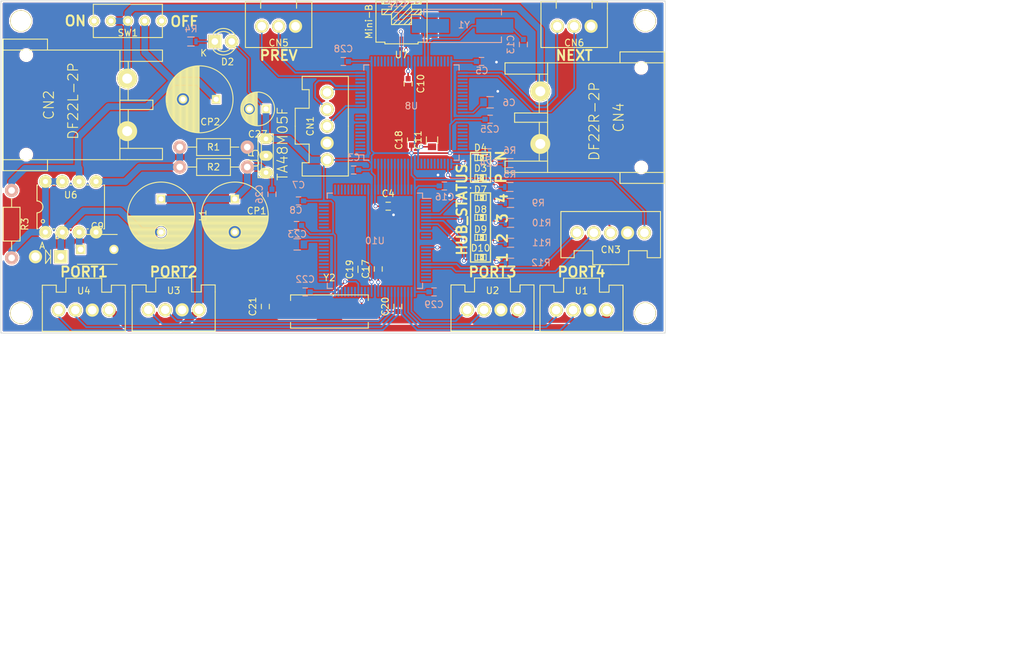
<source format=kicad_pcb>
(kicad_pcb (version 4) (host pcbnew "(2015-07-11 BZR 5925, Git c291b88)-product")
  (layers (0 F.Cu signal hide) (31 B.Cu signal hide) (34 B.Paste user) (35 F.Paste user) (36 B.SilkS user) (37 F.SilkS user) (38 B.Mask user) (39 F.Mask user) (44 Edge.Cuts user))
  (net 0 "")
  (net 1 +5V)
  (net 2 GND)
  (net 3 "Net-(C6-Pad1)")
  (net 4 "Net-(C9-Pad1)")
  (net 5 "Net-(C12-Pad1)")
  (net 6 "Net-(C13-Pad1)")
  (net 7 "Net-(C20-Pad1)")
  (net 8 "Net-(C21-Pad1)")
  (net 9 "Net-(C23-Pad1)")
  (net 10 +9V)
  (net 11 "Net-(CN1-Pad1)")
  (net 12 "Net-(CN1-Pad2)")
  (net 13 "Net-(CN1-Pad3)")
  (net 14 "Net-(CN2-Pad1)")
  (net 15 "Net-(CN3-Pad1)")
  (net 16 "Net-(CN3-Pad2)")
  (net 17 "Net-(CN3-Pad3)")
  (net 18 +24V)
  (net 19 "Net-(D1-Pad1)")
  (net 20 Vth)
  (net 21 "Net-(R3-Pad2)")
  (net 22 "Net-(U7-Pad2)")
  (net 23 RX_1)
  (net 24 TX_1)
  (net 25 RX_2)
  (net 26 TX_2)
  (net 27 RX_3)
  (net 28 TX_3)
  (net 29 RX_4)
  (net 30 TX_4)
  (net 31 /bus9)
  (net 32 /bus8)
  (net 33 /bus7)
  (net 34 /bus6)
  (net 35 /bus5)
  (net 36 /bus4)
  (net 37 /bus3)
  (net 38 /bus2)
  (net 39 /bus1)
  (net 40 /bus0)
  (net 41 "Net-(C10-Pad1)")
  (net 42 "Net-(C17-Pad1)")
  (net 43 "Net-(D2-Pad1)")
  (net 44 "Net-(U7-Pad3)")
  (net 45 VCCD1)
  (net 46 VCCD2)
  (net 47 "Net-(CN5-Pad2)")
  (net 48 "Net-(CN5-Pad3)")
  (net 49 "Net-(CN6-Pad2)")
  (net 50 "Net-(CN6-Pad3)")
  (net 51 "Net-(D7-Pad2)")
  (net 52 "Net-(D7-Pad1)")
  (net 53 "Net-(D8-Pad2)")
  (net 54 "Net-(D8-Pad1)")
  (net 55 "Net-(D9-Pad2)")
  (net 56 "Net-(D9-Pad1)")
  (net 57 "Net-(D10-Pad2)")
  (net 58 "Net-(D10-Pad1)")
  (net 59 "Net-(D3-Pad1)")
  (net 60 "Net-(D3-Pad2)")
  (net 61 "Net-(D4-Pad1)")
  (net 62 "Net-(D4-Pad2)")
  (module Capacitors_SMD:C_0603 (layer B.Cu) (at 134.1 83.05 180)
    (fp_text reference C3 (at 0 1.9 180) (layer B.SilkS) (effects (justify mirror)))
    (fp_text value 0.1u)
    (pad 1 smd rect (at -0.75 0 180) (size 0.8 0.75) (layers B.Cu B.Paste B.Mask) (net 1 +5V))
    (pad 2 smd rect (at 0.75 0 180) (size 0.8 0.75) (layers B.Cu B.Paste B.Mask) (net 2 GND))
  )
  (module Capacitors_SMD:C_0603 (layer F.Cu) (at 139.3 88.5)
    (fp_text reference C4 (at 0 -1.9) (layer F.SilkS))
    (fp_text value 0.1u)
    (pad 1 smd rect (at -0.75 0) (size 0.8 0.75) (layers F.Cu F.Paste F.Mask) (net 1 +5V))
    (pad 2 smd rect (at 0.75 0) (size 0.8 0.75) (layers F.Cu F.Paste F.Mask) (net 2 GND))
  )
  (module Capacitors_SMD:C_0603 (layer B.Cu) (at 153.35 66.7)
    (fp_text reference C5 (at 0.05 1.4) (layer B.SilkS) (effects (justify mirror)))
    (fp_text value 0.1u)
    (pad 1 smd rect (at -0.75 0) (size 0.8 0.75) (layers B.Cu B.Paste B.Mask) (net 1 +5V))
    (pad 2 smd rect (at 0.75 0) (size 0.8 0.75) (layers B.Cu B.Paste B.Mask) (net 2 GND))
  )
  (module Capacitors_SMD:C_0805 (layer B.Cu) (at 154.65 72.85)
    (fp_text reference C6 (at 2.85 0.05) (layer B.SilkS) (effects (justify mirror)))
    (fp_text value 1u)
    (pad 1 smd rect (at -1 0) (size 1 1.25) (layers B.Cu B.Paste B.Mask) (net 3 "Net-(C6-Pad1)"))
    (pad 2 smd rect (at 1 0) (size 1 1.25) (layers B.Cu B.Paste B.Mask) (net 2 GND))
  )
  (module Capacitors_SMD:C_0603 (layer B.Cu) (at 125.8 87.7 180)
    (fp_text reference C7 (at 0 2.4 180) (layer B.SilkS) (effects (justify mirror)))
    (fp_text value 0.1u)
    (pad 1 smd rect (at -0.75 0 180) (size 0.8 0.75) (layers B.Cu B.Paste B.Mask) (net 1 +5V))
    (pad 2 smd rect (at 0.75 0 180) (size 0.8 0.75) (layers B.Cu B.Paste B.Mask) (net 2 GND))
  )
  (module Capacitors_SMD:C_0603 (layer B.Cu) (at 125.5 91.4 180)
    (fp_text reference C8 (at 0.1 2.3 180) (layer B.SilkS) (effects (justify mirror)))
    (fp_text value 0.1u)
    (pad 1 smd rect (at -0.75 0 180) (size 0.8 0.75) (layers B.Cu B.Paste B.Mask) (net 1 +5V))
    (pad 2 smd rect (at 0.75 0 180) (size 0.8 0.75) (layers B.Cu B.Paste B.Mask) (net 2 GND))
  )
  (module Capacitors_ThroughHole:C_Disc_D6_P5 (layer F.Cu) (at 93 95)
    (fp_text reference C9 (at 2.5 -3.5) (layer F.SilkS))
    (fp_text value 470p)
    (pad 1 thru_hole rect (at 0 0) (size 1.4 1.4) (drill 0.9) (layers *.Cu *.Mask F.SilkS) (net 4 "Net-(C9-Pad1)"))
    (pad 2 thru_hole circle (at 5 0) (size 1.4 1.4) (drill 0.9) (layers *.Cu *.Mask F.SilkS) (net 2 GND))
  )
  (module Capacitors_SMD:C_0603 (layer F.Cu) (at 142.3 70.05 270)
    (fp_text reference C10 (at 0 -1.9 270) (layer F.SilkS))
    (fp_text value 0.1u)
    (pad 1 smd rect (at -0.75 0 270) (size 0.8 0.75) (layers F.Cu F.Paste F.Mask) (net 41 "Net-(C10-Pad1)"))
    (pad 2 smd rect (at 0.75 0 270) (size 0.8 0.75) (layers F.Cu F.Paste F.Mask) (net 2 GND))
  )
  (module Capacitors_SMD:C_0805 (layer F.Cu) (at 145.9 78.55 90)
    (fp_text reference C11 (at 0 -2.1 90) (layer F.SilkS))
    (fp_text value 1u)
    (pad 1 smd rect (at -1 0 90) (size 1 1.25) (layers F.Cu F.Paste F.Mask) (net 45 VCCD1))
    (pad 2 smd rect (at 1 0 90) (size 1 1.25) (layers F.Cu F.Paste F.Mask) (net 2 GND))
  )
  (module Capacitors_SMD:C_0603 (layer B.Cu) (at 140.6 59.9 180)
    (fp_text reference C12 (at 0 1.9 180) (layer B.SilkS) (effects (justify mirror)))
    (fp_text value 12p)
    (pad 1 smd rect (at -0.75 0 180) (size 0.8 0.75) (layers B.Cu B.Paste B.Mask) (net 5 "Net-(C12-Pad1)"))
    (pad 2 smd rect (at 0.75 0 180) (size 0.8 0.75) (layers B.Cu B.Paste B.Mask) (net 2 GND))
  )
  (module Capacitors_SMD:C_0603 (layer B.Cu) (at 159.65 64.15 270)
    (fp_text reference C13 (at 0 1.9 270) (layer B.SilkS) (effects (justify mirror)))
    (fp_text value 12p)
    (pad 1 smd rect (at -0.75 0 270) (size 0.8 0.75) (layers B.Cu B.Paste B.Mask) (net 6 "Net-(C13-Pad1)"))
    (pad 2 smd rect (at 0.75 0 270) (size 0.8 0.75) (layers B.Cu B.Paste B.Mask) (net 2 GND))
  )
  (module Capacitors_SMD:C_0603 (layer B.Cu) (at 147.75 85.45)
    (fp_text reference C16 (at 0.05 1.65) (layer B.SilkS) (effects (justify mirror)))
    (fp_text value 0.1u)
    (pad 1 smd rect (at -0.75 0) (size 0.8 0.75) (layers B.Cu B.Paste B.Mask) (net 1 +5V))
    (pad 2 smd rect (at 0.75 0) (size 0.8 0.75) (layers B.Cu B.Paste B.Mask) (net 2 GND))
  )
  (module Capacitors_SMD:C_0603 (layer F.Cu) (at 137.8 97.95 90)
    (fp_text reference C17 (at 0 -1.9 90) (layer F.SilkS))
    (fp_text value 0.1u)
    (pad 1 smd rect (at -0.75 0 90) (size 0.8 0.75) (layers F.Cu F.Paste F.Mask) (net 42 "Net-(C17-Pad1)"))
    (pad 2 smd rect (at 0.75 0 90) (size 0.8 0.75) (layers F.Cu F.Paste F.Mask) (net 2 GND))
  )
  (module Capacitors_SMD:C_0603 (layer F.Cu) (at 142.8 78.55 90)
    (fp_text reference C18 (at 0 -1.9 90) (layer F.SilkS))
    (fp_text value 0.1u)
    (pad 1 smd rect (at -0.75 0 90) (size 0.8 0.75) (layers F.Cu F.Paste F.Mask) (net 1 +5V))
    (pad 2 smd rect (at 0.75 0 90) (size 0.8 0.75) (layers F.Cu F.Paste F.Mask) (net 2 GND))
  )
  (module Capacitors_SMD:C_0805 (layer F.Cu) (at 135.6 98 90)
    (fp_text reference C19 (at 0 -2.1 90) (layer F.SilkS))
    (fp_text value 1u)
    (pad 1 smd rect (at -1 0 90) (size 1 1.25) (layers F.Cu F.Paste F.Mask) (net 46 VCCD2))
    (pad 2 smd rect (at 1 0 90) (size 1 1.25) (layers F.Cu F.Paste F.Mask) (net 2 GND))
  )
  (module Capacitors_SMD:C_0603 (layer F.Cu) (at 140.75 103.6 90)
    (fp_text reference C20 (at 0 -1.9 90) (layer F.SilkS))
    (fp_text value 12p)
    (pad 1 smd rect (at -0.75 0 90) (size 0.8 0.75) (layers F.Cu F.Paste F.Mask) (net 7 "Net-(C20-Pad1)"))
    (pad 2 smd rect (at 0.75 0 90) (size 0.8 0.75) (layers F.Cu F.Paste F.Mask) (net 2 GND))
  )
  (module Capacitors_SMD:C_0603 (layer F.Cu) (at 120.8 103.6 90)
    (fp_text reference C21 (at 0 -1.9 90) (layer F.SilkS))
    (fp_text value 12p)
    (pad 1 smd rect (at -0.75 0 90) (size 0.8 0.75) (layers F.Cu F.Paste F.Mask) (net 8 "Net-(C21-Pad1)"))
    (pad 2 smd rect (at 0.75 0 90) (size 0.8 0.75) (layers F.Cu F.Paste F.Mask) (net 2 GND))
  )
  (module Capacitors_SMD:C_0603 (layer B.Cu) (at 126.8 101.4 180)
    (fp_text reference C22 (at 0 1.9 180) (layer B.SilkS) (effects (justify mirror)))
    (fp_text value 0.1u)
    (pad 1 smd rect (at -0.75 0 180) (size 0.8 0.75) (layers B.Cu B.Paste B.Mask) (net 1 +5V))
    (pad 2 smd rect (at 0.75 0 180) (size 0.8 0.75) (layers B.Cu B.Paste B.Mask) (net 2 GND))
  )
  (module Capacitors_SMD:C_0805 (layer B.Cu) (at 125.6 94.25 180)
    (fp_text reference C23 (at 0 1.55 180) (layer B.SilkS) (effects (justify mirror)))
    (fp_text value 1u)
    (pad 1 smd rect (at -1 0 180) (size 1 1.25) (layers B.Cu B.Paste B.Mask) (net 9 "Net-(C23-Pad1)"))
    (pad 2 smd rect (at 1 0 180) (size 1 1.25) (layers B.Cu B.Paste B.Mask) (net 2 GND))
  )
  (module Capacitors_SMD:C_0603 (layer B.Cu) (at 154.45 80.45)
    (fp_text reference C24 (at 0.05 1.55) (layer B.SilkS) (effects (justify mirror)))
    (fp_text value 0.1u)
    (pad 1 smd rect (at -0.75 0) (size 0.8 0.75) (layers B.Cu B.Paste B.Mask) (net 1 +5V))
    (pad 2 smd rect (at 0.75 0) (size 0.8 0.75) (layers B.Cu B.Paste B.Mask) (net 2 GND))
  )
  (module Capacitors_SMD:C_0603 (layer B.Cu) (at 154.65 75.4)
    (fp_text reference C25 (at -0.05 1.5) (layer B.SilkS) (effects (justify mirror)))
    (fp_text value 0.1u)
    (pad 1 smd rect (at -0.75 0) (size 0.8 0.75) (layers B.Cu B.Paste B.Mask) (net 1 +5V))
    (pad 2 smd rect (at 0.75 0) (size 0.8 0.75) (layers B.Cu B.Paste B.Mask) (net 2 GND))
  )
  (module Capacitors_SMD:C_0603 (layer B.Cu) (at 121.8 86.7 270)
    (fp_text reference C26 (at 0 1.9 270) (layer B.SilkS) (effects (justify mirror)))
    (fp_text value 0.1u)
    (pad 1 smd rect (at -0.75 0 270) (size 0.8 0.75) (layers B.Cu B.Paste B.Mask) (net 10 +9V))
    (pad 2 smd rect (at 0.75 0 270) (size 0.8 0.75) (layers B.Cu B.Paste B.Mask) (net 2 GND))
  )
  (module Capacitors_SMD:C_0603 (layer B.Cu) (at 132.55 66.7 180)
    (fp_text reference C28 (at 0 1.9 180) (layer B.SilkS) (effects (justify mirror)))
    (fp_text value 0.1u)
    (pad 1 smd rect (at -0.75 0 180) (size 0.8 0.75) (layers B.Cu B.Paste B.Mask) (net 1 +5V))
    (pad 2 smd rect (at 0.75 0 180) (size 0.8 0.75) (layers B.Cu B.Paste B.Mask) (net 2 GND))
  )
  (module Capacitors_SMD:C_0603 (layer B.Cu) (at 146.2 101.4)
    (fp_text reference C29 (at 0 1.9) (layer B.SilkS) (effects (justify mirror)))
    (fp_text value 0.1u)
    (pad 1 smd rect (at -0.75 0) (size 0.8 0.75) (layers B.Cu B.Paste B.Mask) (net 1 +5V))
    (pad 2 smd rect (at 0.75 0) (size 0.8 0.75) (layers B.Cu B.Paste B.Mask) (net 2 GND))
  )
  (module user_conn:CONN_RED_2P (layer F.Cu) (at 100 77.2 90)
    (fp_text reference CN2 (at 3.94 -11.8 90) (layer F.SilkS) (effects (font (size 1.5 1.5))))
    (fp_text value DF22L-2P (at 4.54 -8.14 90) (layer F.SilkS) (effects (font (size 1.5 1.5))))
    (pad 2 thru_hole circle (at 0 0 90) (size 3 3) (drill 1.5) (layers *.Cu *.Mask F.SilkS) (net 2 GND))
    (pad 1 thru_hole circle (at 7.92 0 90) (size 3 3) (drill 1.5) (layers *.Cu *.Mask F.SilkS) (net 14 "Net-(CN2-Pad1)"))
    (pad "" np_thru_hole circle (at -3.54 -15.2 90) (size 1.7 1.7) (drill 1.7) (layers *.Cu *.Mask F.SilkS))
    (pad "" np_thru_hole circle (at 11.46 -15.2 90) (size 1.7 1.7) (drill 1.7) (layers *.Cu *.Mask F.SilkS))
  )
  (module Resistors_ThroughHole:Resistor_Horizontal_RM10mm (layer F.Cu) (at 113 79.6 180)
    (fp_text reference R1 (at 0 0 180) (layer F.SilkS))
    (fp_text value 1k)
    (pad 1 thru_hole circle (at -5.08 0 180) (size 1.99898 1.99898) (drill 1.00076) (layers *.Cu *.SilkS *.Mask) (net 2 GND))
    (pad 2 thru_hole circle (at 5.08 0 180) (size 1.99898 1.99898) (drill 1.00076) (layers *.Cu *.SilkS *.Mask) (net 20 Vth))
  )
  (module Resistors_ThroughHole:Resistor_Horizontal_RM10mm (layer F.Cu) (at 113 82.6 180)
    (fp_text reference R2 (at 0 0 180) (layer F.SilkS))
    (fp_text value 6.2k)
    (pad 1 thru_hole circle (at -5.08 0 180) (size 1.99898 1.99898) (drill 1.00076) (layers *.Cu *.SilkS *.Mask) (net 10 +9V))
    (pad 2 thru_hole circle (at 5.08 0 180) (size 1.99898 1.99898) (drill 1.00076) (layers *.Cu *.SilkS *.Mask) (net 20 Vth))
  )
  (module Resistors_ThroughHole:Resistor_Horizontal_RM10mm (layer F.Cu) (at 82.6 91.2 270)
    (fp_text reference R3 (at 0 -2 270) (layer F.SilkS))
    (fp_text value 0.33)
    (pad 1 thru_hole circle (at -5.08 0 270) (size 1.99898 1.99898) (drill 1.00076) (layers *.Cu *.SilkS *.Mask) (net 18 +24V))
    (pad 2 thru_hole circle (at 5.08 0 270) (size 1.99898 1.99898) (drill 1.00076) (layers *.Cu *.SilkS *.Mask) (net 21 "Net-(R3-Pad2)"))
  )
  (module Power_Integrations:PDIP-8 (layer F.Cu) (at 91.5 88.6)
    (fp_text reference U6 (at 0 -1.8) (layer F.SilkS))
    (fp_text value NJM2360A)
    (pad 1 thru_hole circle (at -3.81 3.81) (size 1.905 1.905) (drill 0.762) (layers *.Cu *.Mask F.SilkS) (net 21 "Net-(R3-Pad2)"))
    (pad 2 thru_hole circle (at -1.27 3.81) (size 1.905 1.905) (drill 0.762) (layers *.Cu *.Mask F.SilkS) (net 19 "Net-(D1-Pad1)"))
    (pad 3 thru_hole circle (at 1.27 3.81) (size 1.905 1.905) (drill 0.762) (layers *.Cu *.Mask F.SilkS) (net 4 "Net-(C9-Pad1)"))
    (pad 4 thru_hole circle (at 3.81 3.81) (size 1.905 1.905) (drill 0.762) (layers *.Cu *.Mask F.SilkS) (net 2 GND))
    (pad 5 thru_hole circle (at 3.81 -3.81) (size 1.905 1.905) (drill 0.762) (layers *.Cu *.Mask F.SilkS) (net 20 Vth))
    (pad 6 thru_hole circle (at 1.27 -3.81) (size 1.905 1.905) (drill 0.762) (layers *.Cu *.Mask F.SilkS) (net 18 +24V))
    (pad 7 thru_hole circle (at -1.27 -3.81) (size 1.905 1.905) (drill 0.762) (layers *.Cu *.Mask F.SilkS) (net 21 "Net-(R3-Pad2)"))
    (pad 8 thru_hole circle (at -3.81 -3.81) (size 1.905 1.905) (drill 0.762) (layers *.Cu *.Mask F.SilkS) (net 21 "Net-(R3-Pad2)"))
  )
  (module Housings_QFP:TQFP-100_14x14mm_Pitch0.5mm (layer B.Cu) (at 142.8 74.4)
    (fp_text reference U8 (at 0 -1) (layer B.SilkS) (effects (justify mirror)))
    (fp_text value PSOC3_CY8C38_FAMILY_100)
    (pad 1 smd rect (at -7.7 6) (size 1.5 0.3) (layers B.Cu B.Paste B.Mask))
    (pad 2 smd rect (at -7.7 5.5) (size 1.5 0.3) (layers B.Cu B.Paste B.Mask))
    (pad 3 smd rect (at -7.7 5) (size 1.5 0.3) (layers B.Cu B.Paste B.Mask))
    (pad 4 smd rect (at -7.7 4.5) (size 1.5 0.3) (layers B.Cu B.Paste B.Mask))
    (pad 5 smd rect (at -7.7 4) (size 1.5 0.3) (layers B.Cu B.Paste B.Mask))
    (pad 6 smd rect (at -7.7 3.5) (size 1.5 0.3) (layers B.Cu B.Paste B.Mask))
    (pad 7 smd rect (at -7.7 3) (size 1.5 0.3) (layers B.Cu B.Paste B.Mask))
    (pad 8 smd rect (at -7.7 2.5) (size 1.5 0.3) (layers B.Cu B.Paste B.Mask))
    (pad 9 smd rect (at -7.7 2) (size 1.5 0.3) (layers B.Cu B.Paste B.Mask))
    (pad 10 smd rect (at -7.7 1.5) (size 1.5 0.3) (layers B.Cu B.Paste B.Mask) (net 2 GND))
    (pad 11 smd rect (at -7.7 1) (size 1.5 0.3) (layers B.Cu B.Paste B.Mask))
    (pad 12 smd rect (at -7.7 0.5) (size 1.5 0.3) (layers B.Cu B.Paste B.Mask))
    (pad 13 smd rect (at -7.7 0) (size 1.5 0.3) (layers B.Cu B.Paste B.Mask) (net 2 GND))
    (pad 14 smd rect (at -7.7 -0.5) (size 1.5 0.3) (layers B.Cu B.Paste B.Mask) (net 2 GND))
    (pad 15 smd rect (at -7.7 -1) (size 1.5 0.3) (layers B.Cu B.Paste B.Mask) (net 13 "Net-(CN1-Pad3)"))
    (pad 16 smd rect (at -7.7 -1.5) (size 1.5 0.3) (layers B.Cu B.Paste B.Mask))
    (pad 17 smd rect (at -7.7 -2) (size 1.5 0.3) (layers B.Cu B.Paste B.Mask))
    (pad 18 smd rect (at -7.7 -2.5) (size 1.5 0.3) (layers B.Cu B.Paste B.Mask))
    (pad 19 smd rect (at -7.7 -3) (size 1.5 0.3) (layers B.Cu B.Paste B.Mask))
    (pad 20 smd rect (at -7.7 -3.5) (size 1.5 0.3) (layers B.Cu B.Paste B.Mask) (net 11 "Net-(CN1-Pad1)"))
    (pad 21 smd rect (at -7.7 -4) (size 1.5 0.3) (layers B.Cu B.Paste B.Mask) (net 12 "Net-(CN1-Pad2)"))
    (pad 22 smd rect (at -7.7 -4.5) (size 1.5 0.3) (layers B.Cu B.Paste B.Mask))
    (pad 23 smd rect (at -7.7 -5) (size 1.5 0.3) (layers B.Cu B.Paste B.Mask))
    (pad 24 smd rect (at -7.7 -5.5) (size 1.5 0.3) (layers B.Cu B.Paste B.Mask) (net 48 "Net-(CN5-Pad3)"))
    (pad 25 smd rect (at -7.7 -6) (size 1.5 0.3) (layers B.Cu B.Paste B.Mask) (net 47 "Net-(CN5-Pad2)"))
    (pad 26 smd rect (at -6 -7.7 270) (size 1.5 0.3) (layers B.Cu B.Paste B.Mask) (net 1 +5V))
    (pad 27 smd rect (at -5.5 -7.7 270) (size 1.5 0.3) (layers B.Cu B.Paste B.Mask))
    (pad 28 smd rect (at -5 -7.7 270) (size 1.5 0.3) (layers B.Cu B.Paste B.Mask))
    (pad 29 smd rect (at -4.5 -7.7 270) (size 1.5 0.3) (layers B.Cu B.Paste B.Mask))
    (pad 30 smd rect (at -4 -7.7 270) (size 1.5 0.3) (layers B.Cu B.Paste B.Mask))
    (pad 31 smd rect (at -3.5 -7.7 270) (size 1.5 0.3) (layers B.Cu B.Paste B.Mask))
    (pad 32 smd rect (at -3 -7.7 270) (size 1.5 0.3) (layers B.Cu B.Paste B.Mask))
    (pad 33 smd rect (at -2.5 -7.7 270) (size 1.5 0.3) (layers B.Cu B.Paste B.Mask))
    (pad 34 smd rect (at -2 -7.7 270) (size 1.5 0.3) (layers B.Cu B.Paste B.Mask))
    (pad 35 smd rect (at -1.5 -7.7 270) (size 1.5 0.3) (layers B.Cu B.Paste B.Mask) (net 44 "Net-(U7-Pad3)"))
    (pad 36 smd rect (at -1 -7.7 270) (size 1.5 0.3) (layers B.Cu B.Paste B.Mask) (net 22 "Net-(U7-Pad2)"))
    (pad 37 smd rect (at -0.5 -7.7 270) (size 1.5 0.3) (layers B.Cu B.Paste B.Mask) (net 41 "Net-(C10-Pad1)"))
    (pad 38 smd rect (at 0 -7.7 270) (size 1.5 0.3) (layers B.Cu B.Paste B.Mask) (net 2 GND))
    (pad 39 smd rect (at 0.5 -7.7 270) (size 1.5 0.3) (layers B.Cu B.Paste B.Mask) (net 45 VCCD1))
    (pad 40 smd rect (at 1 -7.7 270) (size 1.5 0.3) (layers B.Cu B.Paste B.Mask))
    (pad 41 smd rect (at 1.5 -7.7 270) (size 1.5 0.3) (layers B.Cu B.Paste B.Mask))
    (pad 42 smd rect (at 2 -7.7 270) (size 1.5 0.3) (layers B.Cu B.Paste B.Mask) (net 5 "Net-(C12-Pad1)"))
    (pad 43 smd rect (at 2.5 -7.7 270) (size 1.5 0.3) (layers B.Cu B.Paste B.Mask) (net 6 "Net-(C13-Pad1)"))
    (pad 44 smd rect (at 3 -7.7 270) (size 1.5 0.3) (layers B.Cu B.Paste B.Mask))
    (pad 45 smd rect (at 3.5 -7.7 270) (size 1.5 0.3) (layers B.Cu B.Paste B.Mask))
    (pad 46 smd rect (at 4 -7.7 270) (size 1.5 0.3) (layers B.Cu B.Paste B.Mask))
    (pad 47 smd rect (at 4.5 -7.7 270) (size 1.5 0.3) (layers B.Cu B.Paste B.Mask))
    (pad 48 smd rect (at 5 -7.7 270) (size 1.5 0.3) (layers B.Cu B.Paste B.Mask))
    (pad 49 smd rect (at 5.5 -7.7 270) (size 1.5 0.3) (layers B.Cu B.Paste B.Mask))
    (pad 50 smd rect (at 6 -7.7 270) (size 1.5 0.3) (layers B.Cu B.Paste B.Mask) (net 1 +5V))
    (pad 51 smd rect (at 7.7 -6) (size 1.5 0.3) (layers B.Cu B.Paste B.Mask) (net 50 "Net-(CN6-Pad3)"))
    (pad 52 smd rect (at 7.7 -5.5) (size 1.5 0.3) (layers B.Cu B.Paste B.Mask) (net 49 "Net-(CN6-Pad2)"))
    (pad 53 smd rect (at 7.7 -5) (size 1.5 0.3) (layers B.Cu B.Paste B.Mask))
    (pad 54 smd rect (at 7.7 -4.5) (size 1.5 0.3) (layers B.Cu B.Paste B.Mask))
    (pad 55 smd rect (at 7.7 -4) (size 1.5 0.3) (layers B.Cu B.Paste B.Mask))
    (pad 56 smd rect (at 7.7 -3.5) (size 1.5 0.3) (layers B.Cu B.Paste B.Mask))
    (pad 57 smd rect (at 7.7 -3) (size 1.5 0.3) (layers B.Cu B.Paste B.Mask))
    (pad 58 smd rect (at 7.7 -2.5) (size 1.5 0.3) (layers B.Cu B.Paste B.Mask))
    (pad 59 smd rect (at 7.7 -2) (size 1.5 0.3) (layers B.Cu B.Paste B.Mask))
    (pad 60 smd rect (at 7.7 -1.5) (size 1.5 0.3) (layers B.Cu B.Paste B.Mask))
    (pad 61 smd rect (at 7.7 -1) (size 1.5 0.3) (layers B.Cu B.Paste B.Mask))
    (pad 62 smd rect (at 7.7 -0.5) (size 1.5 0.3) (layers B.Cu B.Paste B.Mask))
    (pad 63 smd rect (at 7.7 0) (size 1.5 0.3) (layers B.Cu B.Paste B.Mask) (net 3 "Net-(C6-Pad1)"))
    (pad 64 smd rect (at 7.7 0.5) (size 1.5 0.3) (layers B.Cu B.Paste B.Mask) (net 2 GND))
    (pad 65 smd rect (at 7.7 1) (size 1.5 0.3) (layers B.Cu B.Paste B.Mask) (net 1 +5V))
    (pad 66 smd rect (at 7.7 1.5) (size 1.5 0.3) (layers B.Cu B.Paste B.Mask) (net 2 GND))
    (pad 67 smd rect (at 7.7 2) (size 1.5 0.3) (layers B.Cu B.Paste B.Mask))
    (pad 68 smd rect (at 7.7 2.5) (size 1.5 0.3) (layers B.Cu B.Paste B.Mask))
    (pad 69 smd rect (at 7.7 3) (size 1.5 0.3) (layers B.Cu B.Paste B.Mask))
    (pad 70 smd rect (at 7.7 3.5) (size 1.5 0.3) (layers B.Cu B.Paste B.Mask))
    (pad 71 smd rect (at 7.7 4) (size 1.5 0.3) (layers B.Cu B.Paste B.Mask))
    (pad 72 smd rect (at 7.7 4.5) (size 1.5 0.3) (layers B.Cu B.Paste B.Mask))
    (pad 73 smd rect (at 7.7 5) (size 1.5 0.3) (layers B.Cu B.Paste B.Mask))
    (pad 74 smd rect (at 7.7 5.5) (size 1.5 0.3) (layers B.Cu B.Paste B.Mask))
    (pad 75 smd rect (at 7.7 6) (size 1.5 0.3) (layers B.Cu B.Paste B.Mask) (net 1 +5V))
    (pad 76 smd rect (at 6 7.7 270) (size 1.5 0.3) (layers B.Cu B.Paste B.Mask) (net 62 "Net-(D4-Pad2)"))
    (pad 77 smd rect (at 5.5 7.7 270) (size 1.5 0.3) (layers B.Cu B.Paste B.Mask) (net 60 "Net-(D3-Pad2)"))
    (pad 78 smd rect (at 5 7.7 270) (size 1.5 0.3) (layers B.Cu B.Paste B.Mask))
    (pad 79 smd rect (at 4.5 7.7 270) (size 1.5 0.3) (layers B.Cu B.Paste B.Mask))
    (pad 80 smd rect (at 4 7.7 270) (size 1.5 0.3) (layers B.Cu B.Paste B.Mask))
    (pad 81 smd rect (at 3.5 7.7 270) (size 1.5 0.3) (layers B.Cu B.Paste B.Mask))
    (pad 82 smd rect (at 3 7.7 270) (size 1.5 0.3) (layers B.Cu B.Paste B.Mask))
    (pad 83 smd rect (at 2.5 7.7 270) (size 1.5 0.3) (layers B.Cu B.Paste B.Mask))
    (pad 84 smd rect (at 2 7.7 270) (size 1.5 0.3) (layers B.Cu B.Paste B.Mask))
    (pad 85 smd rect (at 1.5 7.7 270) (size 1.5 0.3) (layers B.Cu B.Paste B.Mask))
    (pad 86 smd rect (at 1 7.7 270) (size 1.5 0.3) (layers B.Cu B.Paste B.Mask) (net 45 VCCD1))
    (pad 87 smd rect (at 0.5 7.7 270) (size 1.5 0.3) (layers B.Cu B.Paste B.Mask) (net 2 GND))
    (pad 88 smd rect (at 0 7.7 270) (size 1.5 0.3) (layers B.Cu B.Paste B.Mask) (net 1 +5V))
    (pad 89 smd rect (at -0.5 7.7 270) (size 1.5 0.3) (layers B.Cu B.Paste B.Mask) (net 31 /bus9))
    (pad 90 smd rect (at -1 7.7 270) (size 1.5 0.3) (layers B.Cu B.Paste B.Mask) (net 32 /bus8))
    (pad 91 smd rect (at -1.5 7.7 270) (size 1.5 0.3) (layers B.Cu B.Paste B.Mask) (net 33 /bus7))
    (pad 92 smd rect (at -2 7.7 270) (size 1.5 0.3) (layers B.Cu B.Paste B.Mask) (net 34 /bus6))
    (pad 93 smd rect (at -2.5 7.7 270) (size 1.5 0.3) (layers B.Cu B.Paste B.Mask) (net 35 /bus5))
    (pad 94 smd rect (at -3 7.7 270) (size 1.5 0.3) (layers B.Cu B.Paste B.Mask) (net 36 /bus4))
    (pad 95 smd rect (at -3.5 7.7 270) (size 1.5 0.3) (layers B.Cu B.Paste B.Mask) (net 37 /bus3))
    (pad 96 smd rect (at -4 7.7 270) (size 1.5 0.3) (layers B.Cu B.Paste B.Mask) (net 38 /bus2))
    (pad 97 smd rect (at -4.5 7.7 270) (size 1.5 0.3) (layers B.Cu B.Paste B.Mask) (net 39 /bus1))
    (pad 98 smd rect (at -5 7.7 270) (size 1.5 0.3) (layers B.Cu B.Paste B.Mask) (net 40 /bus0))
    (pad 99 smd rect (at -5.5 7.7 270) (size 1.5 0.3) (layers B.Cu B.Paste B.Mask))
    (pad 100 smd rect (at -6 7.7 270) (size 1.5 0.3) (layers B.Cu B.Paste B.Mask) (net 1 +5V))
  )
  (module Housings_QFP:TQFP-100_14x14mm_Pitch0.5mm (layer B.Cu) (at 137.3 93.7 180)
    (fp_text reference U10 (at 0 0 180) (layer B.SilkS) (effects (justify mirror)))
    (fp_text value PSOC3_CY8C38_FAMILY_100)
    (pad 1 smd rect (at -7.7 6 180) (size 1.5 0.3) (layers B.Cu B.Paste B.Mask))
    (pad 2 smd rect (at -7.7 5.5 180) (size 1.5 0.3) (layers B.Cu B.Paste B.Mask))
    (pad 3 smd rect (at -7.7 5 180) (size 1.5 0.3) (layers B.Cu B.Paste B.Mask))
    (pad 4 smd rect (at -7.7 4.5 180) (size 1.5 0.3) (layers B.Cu B.Paste B.Mask))
    (pad 5 smd rect (at -7.7 4 180) (size 1.5 0.3) (layers B.Cu B.Paste B.Mask) (net 51 "Net-(D7-Pad2)"))
    (pad 6 smd rect (at -7.7 3.5 180) (size 1.5 0.3) (layers B.Cu B.Paste B.Mask) (net 53 "Net-(D8-Pad2)"))
    (pad 7 smd rect (at -7.7 3 180) (size 1.5 0.3) (layers B.Cu B.Paste B.Mask) (net 55 "Net-(D9-Pad2)"))
    (pad 8 smd rect (at -7.7 2.5 180) (size 1.5 0.3) (layers B.Cu B.Paste B.Mask) (net 57 "Net-(D10-Pad2)"))
    (pad 9 smd rect (at -7.7 2 180) (size 1.5 0.3) (layers B.Cu B.Paste B.Mask))
    (pad 10 smd rect (at -7.7 1.5 180) (size 1.5 0.3) (layers B.Cu B.Paste B.Mask) (net 2 GND))
    (pad 11 smd rect (at -7.7 1 180) (size 1.5 0.3) (layers B.Cu B.Paste B.Mask))
    (pad 12 smd rect (at -7.7 0.5 180) (size 1.5 0.3) (layers B.Cu B.Paste B.Mask))
    (pad 13 smd rect (at -7.7 0 180) (size 1.5 0.3) (layers B.Cu B.Paste B.Mask) (net 2 GND))
    (pad 14 smd rect (at -7.7 -0.5 180) (size 1.5 0.3) (layers B.Cu B.Paste B.Mask) (net 2 GND))
    (pad 15 smd rect (at -7.7 -1 180) (size 1.5 0.3) (layers B.Cu B.Paste B.Mask) (net 17 "Net-(CN3-Pad3)"))
    (pad 16 smd rect (at -7.7 -1.5 180) (size 1.5 0.3) (layers B.Cu B.Paste B.Mask))
    (pad 17 smd rect (at -7.7 -2 180) (size 1.5 0.3) (layers B.Cu B.Paste B.Mask))
    (pad 18 smd rect (at -7.7 -2.5 180) (size 1.5 0.3) (layers B.Cu B.Paste B.Mask))
    (pad 19 smd rect (at -7.7 -3 180) (size 1.5 0.3) (layers B.Cu B.Paste B.Mask))
    (pad 20 smd rect (at -7.7 -3.5 180) (size 1.5 0.3) (layers B.Cu B.Paste B.Mask) (net 15 "Net-(CN3-Pad1)"))
    (pad 21 smd rect (at -7.7 -4 180) (size 1.5 0.3) (layers B.Cu B.Paste B.Mask) (net 16 "Net-(CN3-Pad2)"))
    (pad 22 smd rect (at -7.7 -4.5 180) (size 1.5 0.3) (layers B.Cu B.Paste B.Mask))
    (pad 23 smd rect (at -7.7 -5 180) (size 1.5 0.3) (layers B.Cu B.Paste B.Mask))
    (pad 24 smd rect (at -7.7 -5.5 180) (size 1.5 0.3) (layers B.Cu B.Paste B.Mask))
    (pad 25 smd rect (at -7.7 -6 180) (size 1.5 0.3) (layers B.Cu B.Paste B.Mask))
    (pad 26 smd rect (at -6 -7.7 90) (size 1.5 0.3) (layers B.Cu B.Paste B.Mask) (net 1 +5V))
    (pad 27 smd rect (at -5.5 -7.7 90) (size 1.5 0.3) (layers B.Cu B.Paste B.Mask) (net 25 RX_2))
    (pad 28 smd rect (at -5 -7.7 90) (size 1.5 0.3) (layers B.Cu B.Paste B.Mask) (net 26 TX_2))
    (pad 29 smd rect (at -4.5 -7.7 90) (size 1.5 0.3) (layers B.Cu B.Paste B.Mask) (net 23 RX_1))
    (pad 30 smd rect (at -4 -7.7 90) (size 1.5 0.3) (layers B.Cu B.Paste B.Mask) (net 24 TX_1))
    (pad 31 smd rect (at -3.5 -7.7 90) (size 1.5 0.3) (layers B.Cu B.Paste B.Mask) (net 29 RX_4))
    (pad 32 smd rect (at -3 -7.7 90) (size 1.5 0.3) (layers B.Cu B.Paste B.Mask) (net 30 TX_4))
    (pad 33 smd rect (at -2.5 -7.7 90) (size 1.5 0.3) (layers B.Cu B.Paste B.Mask) (net 27 RX_3))
    (pad 34 smd rect (at -2 -7.7 90) (size 1.5 0.3) (layers B.Cu B.Paste B.Mask) (net 28 TX_3))
    (pad 35 smd rect (at -1.5 -7.7 90) (size 1.5 0.3) (layers B.Cu B.Paste B.Mask))
    (pad 36 smd rect (at -1 -7.7 90) (size 1.5 0.3) (layers B.Cu B.Paste B.Mask))
    (pad 37 smd rect (at -0.5 -7.7 90) (size 1.5 0.3) (layers B.Cu B.Paste B.Mask) (net 42 "Net-(C17-Pad1)"))
    (pad 38 smd rect (at 0 -7.7 90) (size 1.5 0.3) (layers B.Cu B.Paste B.Mask) (net 2 GND))
    (pad 39 smd rect (at 0.5 -7.7 90) (size 1.5 0.3) (layers B.Cu B.Paste B.Mask) (net 46 VCCD2))
    (pad 40 smd rect (at 1 -7.7 90) (size 1.5 0.3) (layers B.Cu B.Paste B.Mask))
    (pad 41 smd rect (at 1.5 -7.7 90) (size 1.5 0.3) (layers B.Cu B.Paste B.Mask))
    (pad 42 smd rect (at 2 -7.7 90) (size 1.5 0.3) (layers B.Cu B.Paste B.Mask) (net 7 "Net-(C20-Pad1)"))
    (pad 43 smd rect (at 2.5 -7.7 90) (size 1.5 0.3) (layers B.Cu B.Paste B.Mask) (net 8 "Net-(C21-Pad1)"))
    (pad 44 smd rect (at 3 -7.7 90) (size 1.5 0.3) (layers B.Cu B.Paste B.Mask))
    (pad 45 smd rect (at 3.5 -7.7 90) (size 1.5 0.3) (layers B.Cu B.Paste B.Mask))
    (pad 46 smd rect (at 4 -7.7 90) (size 1.5 0.3) (layers B.Cu B.Paste B.Mask))
    (pad 47 smd rect (at 4.5 -7.7 90) (size 1.5 0.3) (layers B.Cu B.Paste B.Mask))
    (pad 48 smd rect (at 5 -7.7 90) (size 1.5 0.3) (layers B.Cu B.Paste B.Mask))
    (pad 49 smd rect (at 5.5 -7.7 90) (size 1.5 0.3) (layers B.Cu B.Paste B.Mask))
    (pad 50 smd rect (at 6 -7.7 90) (size 1.5 0.3) (layers B.Cu B.Paste B.Mask) (net 1 +5V))
    (pad 51 smd rect (at 7.7 -6 180) (size 1.5 0.3) (layers B.Cu B.Paste B.Mask))
    (pad 52 smd rect (at 7.7 -5.5 180) (size 1.5 0.3) (layers B.Cu B.Paste B.Mask))
    (pad 53 smd rect (at 7.7 -5 180) (size 1.5 0.3) (layers B.Cu B.Paste B.Mask))
    (pad 54 smd rect (at 7.7 -4.5 180) (size 1.5 0.3) (layers B.Cu B.Paste B.Mask))
    (pad 55 smd rect (at 7.7 -4 180) (size 1.5 0.3) (layers B.Cu B.Paste B.Mask))
    (pad 56 smd rect (at 7.7 -3.5 180) (size 1.5 0.3) (layers B.Cu B.Paste B.Mask))
    (pad 57 smd rect (at 7.7 -3 180) (size 1.5 0.3) (layers B.Cu B.Paste B.Mask))
    (pad 58 smd rect (at 7.7 -2.5 180) (size 1.5 0.3) (layers B.Cu B.Paste B.Mask))
    (pad 59 smd rect (at 7.7 -2 180) (size 1.5 0.3) (layers B.Cu B.Paste B.Mask))
    (pad 60 smd rect (at 7.7 -1.5 180) (size 1.5 0.3) (layers B.Cu B.Paste B.Mask))
    (pad 61 smd rect (at 7.7 -1 180) (size 1.5 0.3) (layers B.Cu B.Paste B.Mask))
    (pad 62 smd rect (at 7.7 -0.5 180) (size 1.5 0.3) (layers B.Cu B.Paste B.Mask))
    (pad 63 smd rect (at 7.7 0 180) (size 1.5 0.3) (layers B.Cu B.Paste B.Mask) (net 9 "Net-(C23-Pad1)"))
    (pad 64 smd rect (at 7.7 0.5 180) (size 1.5 0.3) (layers B.Cu B.Paste B.Mask) (net 2 GND))
    (pad 65 smd rect (at 7.7 1 180) (size 1.5 0.3) (layers B.Cu B.Paste B.Mask) (net 1 +5V))
    (pad 66 smd rect (at 7.7 1.5 180) (size 1.5 0.3) (layers B.Cu B.Paste B.Mask) (net 2 GND))
    (pad 67 smd rect (at 7.7 2 180) (size 1.5 0.3) (layers B.Cu B.Paste B.Mask))
    (pad 68 smd rect (at 7.7 2.5 180) (size 1.5 0.3) (layers B.Cu B.Paste B.Mask))
    (pad 69 smd rect (at 7.7 3 180) (size 1.5 0.3) (layers B.Cu B.Paste B.Mask))
    (pad 70 smd rect (at 7.7 3.5 180) (size 1.5 0.3) (layers B.Cu B.Paste B.Mask))
    (pad 71 smd rect (at 7.7 4 180) (size 1.5 0.3) (layers B.Cu B.Paste B.Mask))
    (pad 72 smd rect (at 7.7 4.5 180) (size 1.5 0.3) (layers B.Cu B.Paste B.Mask))
    (pad 73 smd rect (at 7.7 5 180) (size 1.5 0.3) (layers B.Cu B.Paste B.Mask))
    (pad 74 smd rect (at 7.7 5.5 180) (size 1.5 0.3) (layers B.Cu B.Paste B.Mask))
    (pad 75 smd rect (at 7.7 6 180) (size 1.5 0.3) (layers B.Cu B.Paste B.Mask) (net 1 +5V))
    (pad 76 smd rect (at 6 7.7 90) (size 1.5 0.3) (layers B.Cu B.Paste B.Mask))
    (pad 77 smd rect (at 5.5 7.7 90) (size 1.5 0.3) (layers B.Cu B.Paste B.Mask))
    (pad 78 smd rect (at 5 7.7 90) (size 1.5 0.3) (layers B.Cu B.Paste B.Mask))
    (pad 79 smd rect (at 4.5 7.7 90) (size 1.5 0.3) (layers B.Cu B.Paste B.Mask))
    (pad 80 smd rect (at 4 7.7 90) (size 1.5 0.3) (layers B.Cu B.Paste B.Mask))
    (pad 81 smd rect (at 3.5 7.7 90) (size 1.5 0.3) (layers B.Cu B.Paste B.Mask))
    (pad 82 smd rect (at 3 7.7 90) (size 1.5 0.3) (layers B.Cu B.Paste B.Mask))
    (pad 83 smd rect (at 2.5 7.7 90) (size 1.5 0.3) (layers B.Cu B.Paste B.Mask))
    (pad 84 smd rect (at 2 7.7 90) (size 1.5 0.3) (layers B.Cu B.Paste B.Mask))
    (pad 85 smd rect (at 1.5 7.7 90) (size 1.5 0.3) (layers B.Cu B.Paste B.Mask))
    (pad 86 smd rect (at 1 7.7 90) (size 1.5 0.3) (layers B.Cu B.Paste B.Mask) (net 46 VCCD2))
    (pad 87 smd rect (at 0.5 7.7 90) (size 1.5 0.3) (layers B.Cu B.Paste B.Mask) (net 2 GND))
    (pad 88 smd rect (at 0 7.7 90) (size 1.5 0.3) (layers B.Cu B.Paste B.Mask) (net 1 +5V))
    (pad 89 smd rect (at -0.5 7.7 90) (size 1.5 0.3) (layers B.Cu B.Paste B.Mask) (net 40 /bus0))
    (pad 90 smd rect (at -1 7.7 90) (size 1.5 0.3) (layers B.Cu B.Paste B.Mask) (net 39 /bus1))
    (pad 91 smd rect (at -1.5 7.7 90) (size 1.5 0.3) (layers B.Cu B.Paste B.Mask) (net 38 /bus2))
    (pad 92 smd rect (at -2 7.7 90) (size 1.5 0.3) (layers B.Cu B.Paste B.Mask) (net 37 /bus3))
    (pad 93 smd rect (at -2.5 7.7 90) (size 1.5 0.3) (layers B.Cu B.Paste B.Mask) (net 36 /bus4))
    (pad 94 smd rect (at -3 7.7 90) (size 1.5 0.3) (layers B.Cu B.Paste B.Mask) (net 35 /bus5))
    (pad 95 smd rect (at -3.5 7.7 90) (size 1.5 0.3) (layers B.Cu B.Paste B.Mask) (net 34 /bus6))
    (pad 96 smd rect (at -4 7.7 90) (size 1.5 0.3) (layers B.Cu B.Paste B.Mask) (net 33 /bus7))
    (pad 97 smd rect (at -4.5 7.7 90) (size 1.5 0.3) (layers B.Cu B.Paste B.Mask) (net 32 /bus8))
    (pad 98 smd rect (at -5 7.7 90) (size 1.5 0.3) (layers B.Cu B.Paste B.Mask) (net 31 /bus9))
    (pad 99 smd rect (at -5.5 7.7 90) (size 1.5 0.3) (layers B.Cu B.Paste B.Mask))
    (pad 100 smd rect (at -6 7.7 90) (size 1.5 0.3) (layers B.Cu B.Paste B.Mask) (net 1 +5V))
  )
  (module Crystals:Crystal_HC49-SD_SMD (layer B.Cu) (at 150.5 61.35 180)
    (fp_text reference Y1 (at -0.2 0.15 180) (layer B.SilkS) (effects (justify mirror)))
    (fp_text value Crystal)
    (pad 1 smd rect (at -4.84886 0 180) (size 5.6007 2.10058) (layers B.Cu B.Paste B.Mask) (net 6 "Net-(C13-Pad1)"))
    (pad 2 smd rect (at 4.84886 0 180) (size 5.6007 2.10058) (layers B.Cu B.Paste B.Mask) (net 5 "Net-(C12-Pad1)"))
  )
  (module Crystals:Crystal_HC49-SD_SMD (layer F.Cu) (at 130.45 104.35)
    (fp_text reference Y2 (at 0 -5.08) (layer F.SilkS))
    (fp_text value Crystal)
    (pad 1 smd rect (at -4.84886 0) (size 5.6007 2.10058) (layers F.Cu F.Paste F.Mask) (net 8 "Net-(C21-Pad1)"))
    (pad 2 smd rect (at 4.84886 0) (size 5.6007 2.10058) (layers F.Cu F.Paste F.Mask) (net 7 "Net-(C20-Pad1)"))
  )
  (module user_conn:DF1E-5P_Streight (layer F.Cu) (at 130.1 76.45 270)
    (fp_text reference CN1 (at 0 2.54 270) (layer F.SilkS))
    (fp_text value CONN_WHITE_5)
    (pad 1 thru_hole circle (at -5.08 0 270) (size 2 2) (drill 1.3) (layers *.Cu *.Mask F.SilkS) (net 11 "Net-(CN1-Pad1)"))
    (pad 2 thru_hole circle (at -2.54 0 270) (size 2 2) (drill 1.3) (layers *.Cu *.Mask F.SilkS) (net 12 "Net-(CN1-Pad2)"))
    (pad 3 thru_hole circle (at 0 0 270) (size 2 2) (drill 1.3) (layers *.Cu *.Mask F.SilkS) (net 13 "Net-(CN1-Pad3)"))
    (pad 4 thru_hole circle (at 2.54 0 270) (size 2 2) (drill 1.3) (layers *.Cu *.Mask F.SilkS) (net 2 GND))
    (pad 5 thru_hole circle (at 5.08 0 270) (size 2 2) (drill 1.3) (layers *.Cu *.Mask F.SilkS) (net 1 +5V))
  )
  (module user_conn:DF1E-5P_Streight (layer F.Cu) (at 172.8 92.5)
    (fp_text reference CN3 (at 0 2.54) (layer F.SilkS))
    (fp_text value CONN_WHITE_5)
    (pad 1 thru_hole circle (at -5.08 0) (size 2 2) (drill 1.3) (layers *.Cu *.Mask F.SilkS) (net 15 "Net-(CN3-Pad1)"))
    (pad 2 thru_hole circle (at -2.54 0) (size 2 2) (drill 1.3) (layers *.Cu *.Mask F.SilkS) (net 16 "Net-(CN3-Pad2)"))
    (pad 3 thru_hole circle (at 0 0) (size 2 2) (drill 1.3) (layers *.Cu *.Mask F.SilkS) (net 17 "Net-(CN3-Pad3)"))
    (pad 4 thru_hole circle (at 2.54 0) (size 2 2) (drill 1.3) (layers *.Cu *.Mask F.SilkS) (net 2 GND))
    (pad 5 thru_hole circle (at 5.08 0) (size 2 2) (drill 1.3) (layers *.Cu *.Mask F.SilkS) (net 1 +5V))
  )
  (module user_IC:TO-251 (layer F.Cu) (at 120.9 80.9 90)
    (fp_text reference U5 (at -0.4 -1.8 90) (layer F.SilkS) (effects (font (size 1.5 1.5))))
    (fp_text value TA48M05F (at 1.8 2.5 90) (layer F.SilkS) (effects (font (size 1.5 1.5))))
    (pad 1 thru_hole oval (at -2.54 0 90) (size 1.5 2) (drill 0.7) (layers *.Cu *.Mask F.SilkS) (net 10 +9V))
    (pad 2 thru_hole oval (at 2.54 0 90) (size 1.5 2) (drill 0.7) (layers *.Cu *.Mask F.SilkS) (net 1 +5V))
    (pad 3 thru_hole oval (at 0 0 90) (size 1.5 2) (drill 0.7) (layers *.Cu *.Mask F.SilkS) (net 2 GND))
  )
  (module Capacitors_ThroughHole:C_Radial_D5_L6_P2.5 (layer F.Cu) (at 120.9 73.85 180)
    (fp_text reference C27 (at 1.25 -3.8 180) (layer F.SilkS))
    (fp_text value 33u)
    (pad 1 thru_hole rect (at 0 0 180) (size 1.3 1.3) (drill 0.8) (layers *.Cu *.Mask F.SilkS) (net 1 +5V))
    (pad 2 thru_hole circle (at 2.5 0 180) (size 1.3 1.3) (drill 0.8) (layers *.Cu *.Mask F.SilkS) (net 2 GND))
  )
  (module Capacitors_ThroughHole:C_Radial_D10_L13_P5 (layer F.Cu) (at 116.2 87.4 270)
    (fp_text reference CP1 (at 1.8 -3.3 540) (layer F.SilkS))
    (fp_text value 470u)
    (pad 1 thru_hole rect (at 0 0 270) (size 1.3 1.3) (drill 0.8) (layers *.Cu *.Mask F.SilkS) (net 10 +9V))
    (pad 2 thru_hole circle (at 5 0 270) (size 1.3 1.3) (drill 0.8) (layers *.Cu *.Mask F.SilkS) (net 2 GND))
  )
  (module Capacitors_ThroughHole:C_Radial_D10_L13_P5 (layer F.Cu) (at 113.4 72.4 180)
    (fp_text reference CP2 (at 0.9 -3.4 180) (layer F.SilkS))
    (fp_text value 100u)
    (pad 1 thru_hole rect (at 0 0 180) (size 1.3 1.3) (drill 0.8) (layers *.Cu *.Mask F.SilkS) (net 18 +24V))
    (pad 2 thru_hole circle (at 5 0 180) (size 1.3 1.3) (drill 0.8) (layers *.Cu *.Mask F.SilkS) (net 2 GND))
  )
  (module user_conn:CONN_RED_2P (layer F.Cu) (at 162.2 71.2 270)
    (fp_text reference CN4 (at 3.94 -11.8 270) (layer F.SilkS) (effects (font (size 1.5 1.5))))
    (fp_text value DF22R-2P (at 4.51 -8.12 270) (layer F.SilkS) (effects (font (size 1.5 1.5))))
    (pad 2 thru_hole circle (at 0 0 270) (size 3 3) (drill 1.5) (layers *.Cu *.Mask F.SilkS) (net 14 "Net-(CN2-Pad1)"))
    (pad 1 thru_hole circle (at 7.92 0 270) (size 3 3) (drill 1.5) (layers *.Cu *.Mask F.SilkS) (net 2 GND))
    (pad "" np_thru_hole circle (at -3.54 -15.2 270) (size 1.7 1.7) (drill 1.7) (layers *.Cu *.Mask F.SilkS))
    (pad "" np_thru_hole circle (at 11.46 -15.2 270) (size 1.7 1.7) (drill 1.7) (layers *.Cu *.Mask F.SilkS))
  )
  (module Diodes_ThroughHole:Diode_DO-41_SOD81_Vertical_AnodeUp (layer F.Cu) (at 90 96.1 180)
    (fp_text reference D1 (at 0 3.175 180) (layer F.SilkS))
    (fp_text value D)
    (fp_text user A (at 2.794 1.651 180) (layer F.SilkS))
    (pad 2 thru_hole circle (at 3.81 0 180) (size 1.99898 1.99898) (drill 1.27) (layers *.Cu *.Mask F.SilkS) (net 2 GND))
    (pad 1 thru_hole rect (at 0 0 180) (size 1.99898 1.99898) (drill 1.00076) (layers *.Cu *.Mask F.SilkS) (net 19 "Net-(D1-Pad1)"))
  )
  (module user_conn:USB_MINI_B_HIROSE (layer F.Cu) (at 141.3 63.65 180)
    (fp_text reference U7 (at 0 -2.05 180) (layer F.SilkS))
    (fp_text value Mini-B (at 4.9 2.95 270) (layer F.SilkS))
    (pad 6 smd rect (at -4.2 2.4 180) (size 2.5 3.8) (layers F.Cu F.Paste F.Mask))
    (pad 5 smd rect (at 4.2 2.4 180) (size 2.5 3.8) (layers F.Cu F.Paste F.Mask) (net 2 GND))
    (pad 3 smd rect (at 0 0 180) (size 0.5 1.4) (layers F.Cu F.Paste F.Mask) (net 44 "Net-(U7-Pad3)"))
    (pad 2 smd rect (at -0.8 0 180) (size 0.5 1.4) (layers F.Cu F.Paste F.Mask) (net 22 "Net-(U7-Pad2)"))
    (pad 4 smd rect (at 0.8 0 180) (size 0.5 1.4) (layers F.Cu F.Paste F.Mask))
    (pad 1 smd rect (at -1.6 0 180) (size 0.5 1.4) (layers F.Cu F.Paste F.Mask))
    (pad 5 smd rect (at 1.6 0 180) (size 0.5 1.4) (layers F.Cu F.Paste F.Mask) (net 2 GND))
  )
  (module user_conn:DF1E-3P_Streight (layer F.Cu) (at 122.8 61.4 180)
    (fp_text reference CN5 (at 0 -2.5 360) (layer F.SilkS))
    (fp_text value CONN_WHITE_3)
    (pad 1 thru_hole circle (at -2.54 0) (size 2 2) (drill 1.3) (layers *.Cu *.Mask F.SilkS) (net 2 GND))
    (pad 2 thru_hole circle (at 0 0) (size 2 2) (drill 1.3) (layers *.Cu *.Mask F.SilkS) (net 47 "Net-(CN5-Pad2)"))
    (pad 3 thru_hole circle (at 2.54 0) (size 2 2) (drill 1.3) (layers *.Cu *.Mask F.SilkS) (net 48 "Net-(CN5-Pad3)"))
  )
  (module user_conn:DF1E-3P_Streight (layer F.Cu) (at 167.3 61.4 180)
    (fp_text reference CN6 (at 0 -2.5 360) (layer F.SilkS))
    (fp_text value CONN_WHITE_3)
    (pad 1 thru_hole circle (at -2.54 0) (size 2 2) (drill 1.3) (layers *.Cu *.Mask F.SilkS) (net 2 GND))
    (pad 2 thru_hole circle (at 0 0) (size 2 2) (drill 1.3) (layers *.Cu *.Mask F.SilkS) (net 49 "Net-(CN6-Pad2)"))
    (pad 3 thru_hole circle (at 2.54 0) (size 2 2) (drill 1.3) (layers *.Cu *.Mask F.SilkS) (net 50 "Net-(CN6-Pad3)"))
  )
  (module user_conn:DF1E-4P_Streight (layer F.Cu) (at 168.402 104.14 180)
    (fp_text reference U1 (at 0 2.9 180) (layer F.SilkS))
    (fp_text value DF3_UART)
    (pad 1 thru_hole circle (at -3.81 0 180) (size 2 2) (drill 1.3) (layers *.Cu *.Mask F.SilkS) (net 10 +9V))
    (pad 2 thru_hole circle (at -1.27 0 180) (size 2 2) (drill 1.3) (layers *.Cu *.Mask F.SilkS) (net 2 GND))
    (pad 3 thru_hole circle (at 1.27 0 180) (size 2 2) (drill 1.3) (layers *.Cu *.Mask F.SilkS) (net 24 TX_1))
    (pad 4 thru_hole circle (at 3.81 0 180) (size 2 2) (drill 1.3) (layers *.Cu *.Mask F.SilkS) (net 23 RX_1))
  )
  (module user_conn:DF1E-4P_Streight (layer F.Cu) (at 155 104.1 180)
    (fp_text reference U2 (at 0 2.9 180) (layer F.SilkS))
    (fp_text value DF3_UART)
    (pad 1 thru_hole circle (at -3.81 0 180) (size 2 2) (drill 1.3) (layers *.Cu *.Mask F.SilkS) (net 10 +9V))
    (pad 2 thru_hole circle (at -1.27 0 180) (size 2 2) (drill 1.3) (layers *.Cu *.Mask F.SilkS) (net 2 GND))
    (pad 3 thru_hole circle (at 1.27 0 180) (size 2 2) (drill 1.3) (layers *.Cu *.Mask F.SilkS) (net 26 TX_2))
    (pad 4 thru_hole circle (at 3.81 0 180) (size 2 2) (drill 1.3) (layers *.Cu *.Mask F.SilkS) (net 25 RX_2))
  )
  (module user_conn:DF1E-4P_Streight (layer F.Cu) (at 107 104.1 180)
    (fp_text reference U3 (at 0 2.9 180) (layer F.SilkS))
    (fp_text value DF3_UART)
    (pad 1 thru_hole circle (at -3.81 0 180) (size 2 2) (drill 1.3) (layers *.Cu *.Mask F.SilkS) (net 10 +9V))
    (pad 2 thru_hole circle (at -1.27 0 180) (size 2 2) (drill 1.3) (layers *.Cu *.Mask F.SilkS) (net 2 GND))
    (pad 3 thru_hole circle (at 1.27 0 180) (size 2 2) (drill 1.3) (layers *.Cu *.Mask F.SilkS) (net 28 TX_3))
    (pad 4 thru_hole circle (at 3.81 0 180) (size 2 2) (drill 1.3) (layers *.Cu *.Mask F.SilkS) (net 27 RX_3))
  )
  (module user_conn:DF1E-4P_Streight (layer F.Cu) (at 93.472 104.14 180)
    (fp_text reference U4 (at 0 2.9 180) (layer F.SilkS))
    (fp_text value DF3_UART)
    (pad 1 thru_hole circle (at -3.81 0 180) (size 2 2) (drill 1.3) (layers *.Cu *.Mask F.SilkS) (net 10 +9V))
    (pad 2 thru_hole circle (at -1.27 0 180) (size 2 2) (drill 1.3) (layers *.Cu *.Mask F.SilkS) (net 2 GND))
    (pad 3 thru_hole circle (at 1.27 0 180) (size 2 2) (drill 1.3) (layers *.Cu *.Mask F.SilkS) (net 30 TX_4))
    (pad 4 thru_hole circle (at 3.81 0 180) (size 2 2) (drill 1.3) (layers *.Cu *.Mask F.SilkS) (net 29 RX_4))
  )
  (module Resistors_SMD:R_0603 (layer B.Cu) (at 109.6 63.7 180)
    (fp_text reference R4 (at 0 1.9 180) (layer B.SilkS) (effects (justify mirror)))
    (fp_text value R)
    (pad 1 smd rect (at -0.75 0 180) (size 0.5 0.9) (layers B.Cu B.Paste B.Mask) (net 43 "Net-(D2-Pad1)"))
    (pad 2 smd rect (at 0.75 0 180) (size 0.5 0.9) (layers B.Cu B.Paste B.Mask) (net 2 GND))
  )
  (module LEDs:LED-3MM (layer F.Cu) (at 113.2 63.7)
    (fp_text reference D2 (at 1.91 3.06) (layer F.SilkS))
    (fp_text value LED)
    (fp_text user K (at -1.69 1.74) (layer F.SilkS))
    (pad 1 thru_hole rect (at 0 0 90) (size 2 2) (drill 1.00076) (layers *.Cu *.Mask F.SilkS) (net 43 "Net-(D2-Pad1)"))
    (pad 2 thru_hole circle (at 2.54 0) (size 2 2) (drill 1.00076) (layers *.Cu *.Mask F.SilkS) (net 1 +5V))
  )
  (module Capacitors_ThroughHole:C_Radial_D10_L20_P5 (layer F.Cu) (at 105.1 87.4 270)
    (fp_text reference L1 (at 2.5 -6.3 270) (layer F.SilkS))
    (fp_text value 220u)
    (pad 1 thru_hole rect (at 0 0 270) (size 1.3 1.3) (drill 0.8) (layers *.Cu *.Mask F.SilkS) (net 10 +9V))
    (pad 2 thru_hole circle (at 5 0 270) (size 1.3 1.3) (drill 0.8) (layers *.Cu *.Mask F.SilkS) (net 19 "Net-(D1-Pad1)"))
  )
  (module user_SW:Toggle_Swith (layer F.Cu) (at 100.1 60.6)
    (fp_text reference SW1 (at 0 1.8) (layer F.SilkS))
    (fp_text value SLIDE_SW)
    (pad 1 thru_hole circle (at -2.54 0) (size 1.524 1.524) (drill 0.762) (layers *.Cu *.Mask F.SilkS) (net 14 "Net-(CN2-Pad1)"))
    (pad 2 thru_hole circle (at 0 0) (size 1.524 1.524) (drill 0.762) (layers *.Cu *.Mask F.SilkS) (net 14 "Net-(CN2-Pad1)"))
    (pad 3 thru_hole circle (at 2.54 0) (size 1.524 1.524) (drill 0.762) (layers *.Cu *.Mask F.SilkS) (net 18 +24V))
    (pad 4 thru_hole circle (at -5.08 0) (size 1.524 1.524) (drill 0.762) (layers *.Cu *.Mask F.SilkS))
    (pad 5 thru_hole circle (at 5.08 0) (size 1.524 1.524) (drill 0.762) (layers *.Cu *.Mask F.SilkS))
  )
  (module LEDs:LED-0603 (layer F.Cu) (at 153.2 87.2 180)
    (fp_text reference D7 (at 0 1.2 180) (layer F.SilkS))
    (fp_text value LED)
    (pad 2 smd rect (at 0.7493 0) (size 0.79756 0.79756) (layers F.Cu F.Paste F.Mask) (net 51 "Net-(D7-Pad2)"))
    (pad 1 smd rect (at -0.7493 0) (size 0.79756 0.79756) (layers F.Cu F.Paste F.Mask) (net 52 "Net-(D7-Pad1)"))
  )
  (module LEDs:LED-0603 (layer F.Cu) (at 153.2 90.2 180)
    (fp_text reference D8 (at 0 1.2 180) (layer F.SilkS))
    (fp_text value LED)
    (pad 2 smd rect (at 0.7493 0) (size 0.79756 0.79756) (layers F.Cu F.Paste F.Mask) (net 53 "Net-(D8-Pad2)"))
    (pad 1 smd rect (at -0.7493 0) (size 0.79756 0.79756) (layers F.Cu F.Paste F.Mask) (net 54 "Net-(D8-Pad1)"))
  )
  (module LEDs:LED-0603 (layer F.Cu) (at 153.2 93.2 180)
    (fp_text reference D9 (at 0 1.2 180) (layer F.SilkS))
    (fp_text value LED)
    (pad 2 smd rect (at 0.7493 0) (size 0.79756 0.79756) (layers F.Cu F.Paste F.Mask) (net 55 "Net-(D9-Pad2)"))
    (pad 1 smd rect (at -0.7493 0) (size 0.79756 0.79756) (layers F.Cu F.Paste F.Mask) (net 56 "Net-(D9-Pad1)"))
  )
  (module LEDs:LED-0603 (layer F.Cu) (at 153.2 96.2 180)
    (fp_text reference D10 (at 0 1.4 180) (layer F.SilkS))
    (fp_text value LED)
    (pad 2 smd rect (at 0.7493 0) (size 0.79756 0.79756) (layers F.Cu F.Paste F.Mask) (net 57 "Net-(D10-Pad2)"))
    (pad 1 smd rect (at -0.7493 0) (size 0.79756 0.79756) (layers F.Cu F.Paste F.Mask) (net 58 "Net-(D10-Pad1)"))
  )
  (module Resistors_SMD:R_0603 (layer B.Cu) (at 157.7 88)
    (fp_text reference R9 (at 4.2 0) (layer B.SilkS) (effects (justify mirror)))
    (fp_text value 1k)
    (pad 1 smd rect (at -0.75 0) (size 0.5 0.9) (layers B.Cu B.Paste B.Mask) (net 52 "Net-(D7-Pad1)"))
    (pad 2 smd rect (at 0.75 0) (size 0.5 0.9) (layers B.Cu B.Paste B.Mask) (net 2 GND))
  )
  (module Resistors_SMD:R_0603 (layer B.Cu) (at 157.7 91 180)
    (fp_text reference R10 (at -4.7 0 180) (layer B.SilkS) (effects (justify mirror)))
    (fp_text value 1k)
    (pad 1 smd rect (at -0.75 0 180) (size 0.5 0.9) (layers B.Cu B.Paste B.Mask) (net 2 GND))
    (pad 2 smd rect (at 0.75 0 180) (size 0.5 0.9) (layers B.Cu B.Paste B.Mask) (net 54 "Net-(D8-Pad1)"))
  )
  (module Resistors_SMD:R_0603 (layer B.Cu) (at 157.7 94)
    (fp_text reference R11 (at 4.7 0) (layer B.SilkS) (effects (justify mirror)))
    (fp_text value 1k)
    (pad 1 smd rect (at -0.75 0) (size 0.5 0.9) (layers B.Cu B.Paste B.Mask) (net 56 "Net-(D9-Pad1)"))
    (pad 2 smd rect (at 0.75 0) (size 0.5 0.9) (layers B.Cu B.Paste B.Mask) (net 2 GND))
  )
  (module Resistors_SMD:R_0603 (layer B.Cu) (at 157.7 97 180)
    (fp_text reference R12 (at -4.6 0 180) (layer B.SilkS) (effects (justify mirror)))
    (fp_text value 1k)
    (pad 1 smd rect (at -0.75 0 180) (size 0.5 0.9) (layers B.Cu B.Paste B.Mask) (net 2 GND))
    (pad 2 smd rect (at 0.75 0 180) (size 0.5 0.9) (layers B.Cu B.Paste B.Mask) (net 58 "Net-(D10-Pad1)"))
  )
  (module user_Passive:dril_3mm (layer F.Cu) (at 178 60.6)
    (fp_text reference U9 (at 0 0.5) (layer F.SilkS))
    (fp_text value drill_3mm)
    (pad 1 thru_hole circle (at 0 0) (size 3.2 3.2) (drill 3) (layers *.Cu *.Mask F.SilkS))
  )
  (module user_Passive:dril_3mm (layer F.Cu) (at 84 60.6)
    (fp_text reference U11 (at 0 0.5) (layer F.SilkS))
    (fp_text value drill_3mm)
    (pad 1 thru_hole circle (at 0 0) (size 3.2 3.2) (drill 3) (layers *.Cu *.Mask F.SilkS))
  )
  (module user_Passive:dril_3mm (layer F.Cu) (at 84 104.6)
    (fp_text reference U12 (at 0 0.5) (layer F.SilkS))
    (fp_text value drill_3mm)
    (pad 1 thru_hole circle (at 0 0) (size 3.2 3.2) (drill 3) (layers *.Cu *.Mask F.SilkS))
  )
  (module user_Passive:dril_3mm (layer F.Cu) (at 178 104.6)
    (fp_text reference U13 (at 0 0.5) (layer F.SilkS))
    (fp_text value drill_3mm)
    (pad 1 thru_hole circle (at 0 0) (size 3.2 3.2) (drill 3) (layers *.Cu *.Mask F.SilkS))
  )
  (module Resistors_SMD:R_0603 (layer B.Cu) (at 157.6 85.6 180)
    (fp_text reference R5 (at 0 1.9 180) (layer B.SilkS) (effects (justify mirror)))
    (fp_text value 1k)
    (pad 1 smd rect (at -0.75 0 180) (size 0.5 0.9) (layers B.Cu B.Paste B.Mask) (net 2 GND))
    (pad 2 smd rect (at 0.75 0 180) (size 0.5 0.9) (layers B.Cu B.Paste B.Mask) (net 59 "Net-(D3-Pad1)"))
  )
  (module Resistors_SMD:R_0603 (layer B.Cu) (at 157.6 82 180)
    (fp_text reference R6 (at 0 1.9 180) (layer B.SilkS) (effects (justify mirror)))
    (fp_text value 1k)
    (pad 1 smd rect (at -0.75 0 180) (size 0.5 0.9) (layers B.Cu B.Paste B.Mask) (net 2 GND))
    (pad 2 smd rect (at 0.75 0 180) (size 0.5 0.9) (layers B.Cu B.Paste B.Mask) (net 61 "Net-(D4-Pad1)"))
  )
  (module LEDs:LED-0603 (layer F.Cu) (at 153.2 84.2 180)
    (fp_text reference D3 (at 0 1.4 180) (layer F.SilkS))
    (fp_text value LED)
    (pad 2 smd rect (at 0.7493 0) (size 0.79756 0.79756) (layers F.Cu F.Paste F.Mask) (net 60 "Net-(D3-Pad2)"))
    (pad 1 smd rect (at -0.7493 0) (size 0.79756 0.79756) (layers F.Cu F.Paste F.Mask) (net 59 "Net-(D3-Pad1)"))
  )
  (module LEDs:LED-0603 (layer F.Cu) (at 153.2 81.2 180)
    (fp_text reference D4 (at 0 1.5 180) (layer F.SilkS))
    (fp_text value LED)
    (pad 2 smd rect (at 0.7493 0) (size 0.79756 0.79756) (layers F.Cu F.Paste F.Mask) (net 62 "Net-(D4-Pad2)"))
    (pad 1 smd rect (at -0.7493 0) (size 0.79756 0.79756) (layers F.Cu F.Paste F.Mask) (net 61 "Net-(D4-Pad1)"))
  )
  (gr_text "ON\n" (at 92.2 60.6) (layer F.SilkS) (effects (font (size 1.5 1.5) (thickness 0.3))))
  (gr_text OFF (at 108.6 60.7) (layer F.SilkS) (effects (font (size 1.5 1.5) (thickness 0.3))))
  (gr_text NEXT (at 167.3 65.8) (layer F.SilkS) (effects (font (size 1.5 1.5) (thickness 0.3))))
  (gr_text PREV (at 122.8 65.8) (layer F.SilkS) (effects (font (size 1.5 1.5) (thickness 0.3))))
  (gr_text P (at 156.3 84.3 90) (layer F.SilkS) (effects (font (size 1.5 1.5) (thickness 0.3))))
  (gr_text N (at 156.3 80.9 90) (layer F.SilkS) (effects (font (size 1.5 1.5) (thickness 0.3))))
  (gr_text 4 (at 156.5 87.3 90) (layer F.SilkS) (effects (font (size 1.5 1.5) (thickness 0.3))))
  (gr_text 3 (at 156.5 90.3 90) (layer F.SilkS) (effects (font (size 1.5 1.5) (thickness 0.3))))
  (gr_text 2 (at 156.5 93.3 90) (layer F.SilkS) (effects (font (size 1.5 1.5) (thickness 0.3))))
  (gr_text 1 (at 156.5 96.2 90) (layer F.SilkS) (effects (font (size 1.5 1.5) (thickness 0.3))))
  (gr_line (start 151.7 86.5) (end 151.7 96.9) (angle 90) (layer F.SilkS) (width 0.2))
  (gr_line (start 154.7 86.5) (end 151.7 86.5) (angle 90) (layer F.SilkS) (width 0.2))
  (gr_line (start 154.7 96.9) (end 154.7 86.5) (angle 90) (layer F.SilkS) (width 0.2))
  (gr_line (start 151.7 96.9) (end 154.7 96.9) (angle 90) (layer F.SilkS) (width 0.2))
  (gr_text HUB_STATUS (at 150.4 89 90) (layer F.SilkS) (effects (font (size 1.5 1.5) (thickness 0.3))))
  (gr_text PORT4 (at 168.4 98.4) (layer F.SilkS) (effects (font (size 1.5 1.5) (thickness 0.3))))
  (gr_text PORT3 (at 155 98.4) (layer F.SilkS) (effects (font (size 1.5 1.5) (thickness 0.3))))
  (gr_text PORT2 (at 107 98.4) (layer F.SilkS) (effects (font (size 1.5 1.5) (thickness 0.3))))
  (gr_text PORT1 (at 93.5 98.4) (layer F.SilkS) (effects (font (size 1.5 1.5) (thickness 0.3))))
  (gr_line (start 151.7 81.3) (end 151.7 81.4) (angle 90) (layer F.SilkS) (width 0.2))
  (gr_line (start 154.7 80.4) (end 151.7 80.4) (angle 90) (layer F.SilkS) (width 0.2))
  (gr_line (start 154.7 84.9) (end 154.7 80.4) (angle 90) (layer F.SilkS) (width 0.2))
  (gr_line (start 151.7 84.9) (end 154.7 84.9) (angle 90) (layer F.SilkS) (width 0.2))
  (gr_line (start 151.7 85.7) (end 151.7 85.8) (angle 90) (layer F.SilkS) (width 0.2))
  (gr_line (start 151.7 80.5) (end 151.7 84.8) (angle 90) (layer F.SilkS) (width 0.2))
  (gr_line (start 151.7 97.7) (end 151.7 97.8) (angle 90) (layer F.SilkS) (width 0.2))
  (gr_line (start 181 57.6) (end 81 57.6) (angle 90) (layer Edge.Cuts) (width 0.1))
  (gr_line (start 181 107.6) (end 181 57.6) (angle 90) (layer Edge.Cuts) (width 0.1))
  (gr_line (start 81 107.6) (end 181 107.6) (angle 90) (layer Edge.Cuts) (width 0.1))
  (gr_line (start 81 57.6) (end 81 107.6) (angle 90) (layer Edge.Cuts) (width 0.1))
  (segment (start 115.74 63.7) (end 118.3 66.26) (width 0.25) (layer B.Cu) (net 1))
  (segment (start 118.3 71.25) (end 120.9 73.85) (width 0.25) (layer B.Cu) (net 1))
  (segment (start 118.3 69.2) (end 118.3 71.25) (width 0.25) (layer B.Cu) (net 1))
  (segment (start 118.3 66.26) (end 118.3 69.2) (width 0.25) (layer B.Cu) (net 1))
  (segment (start 120.9 78.36) (end 124.36 78.36) (width 1) (layer B.Cu) (net 1))
  (segment (start 127.53 81.53) (end 130.1 81.53) (width 1) (layer B.Cu) (net 1))
  (segment (start 124.36 78.36) (end 127.53 81.53) (width 1) (layer B.Cu) (net 1))
  (segment (start 120.9 78.36) (end 120.9 73.85) (width 1) (layer B.Cu) (net 1))
  (segment (start 177.88 92.5) (end 177.88 89.28) (width 0.25) (layer B.Cu) (net 1))
  (segment (start 173.1 84.5) (end 143.3 84.5) (width 0.25) (layer B.Cu) (net 1))
  (segment (start 177.88 89.28) (end 173.1 84.5) (width 0.25) (layer B.Cu) (net 1))
  (segment (start 137.3 86) (end 137.3 88.4) (width 0.25) (layer B.Cu) (net 1))
  (segment (start 137.4 88.5) (end 138.55 88.5) (width 0.25) (layer F.Cu) (net 1))
  (via (at 137.4 88.5) (size 0.6) (drill 0.4) (layers F.Cu B.Cu) (net 1))
  (segment (start 137.3 88.4) (end 137.4 88.5) (width 0.25) (layer B.Cu) (net 1))
  (segment (start 136.8 82.1) (end 136.8 83.4) (width 0.25) (layer B.Cu) (net 1))
  (segment (start 137.3 83.9) (end 137.3 86) (width 0.25) (layer B.Cu) (net 1))
  (segment (start 136.8 83.4) (end 137.3 83.9) (width 0.25) (layer B.Cu) (net 1))
  (segment (start 130.1 81.53) (end 129.6 82.03) (width 0.25) (layer B.Cu) (net 1))
  (segment (start 129.6 82.03) (end 129.6 87.7) (width 0.25) (layer B.Cu) (net 1))
  (segment (start 133.3 66.7) (end 136.8 66.7) (width 0.25) (layer B.Cu) (net 1))
  (segment (start 137.2 80.5) (end 136.8 80.1) (width 0.25) (layer B.Cu) (net 1))
  (segment (start 136.8 80.1) (end 136.8 66.7) (width 0.25) (layer B.Cu) (net 1))
  (segment (start 143.3 101.4) (end 143.3 86.9) (width 0.25) (layer B.Cu) (net 1))
  (segment (start 143.3 86.9) (end 143.3 86) (width 0.25) (layer B.Cu) (net 1))
  (segment (start 131 92.6) (end 131.3 92.9) (width 0.25) (layer B.Cu) (net 1))
  (segment (start 131.3 92.9) (end 131.3 101.4) (width 0.25) (layer B.Cu) (net 1))
  (segment (start 129.6 87.7) (end 130.7 87.7) (width 0.25) (layer B.Cu) (net 1))
  (segment (start 130.9 92.7) (end 129.6 92.7) (width 0.25) (layer B.Cu) (net 1))
  (segment (start 131 92.6) (end 130.9 92.7) (width 0.25) (layer B.Cu) (net 1))
  (segment (start 131 88) (end 131 92.6) (width 0.25) (layer B.Cu) (net 1))
  (segment (start 130.7 87.7) (end 131 88) (width 0.25) (layer B.Cu) (net 1))
  (segment (start 148.6 76.2) (end 148.8 76) (width 0.25) (layer B.Cu) (net 1))
  (segment (start 148.8 76) (end 148.8 66.7) (width 0.25) (layer B.Cu) (net 1))
  (segment (start 148.6 80.5) (end 148.6 76.2) (width 0.25) (layer B.Cu) (net 1))
  (segment (start 149.4 75.4) (end 150.5 75.4) (width 0.25) (layer B.Cu) (net 1))
  (segment (start 148.6 76.2) (end 149.4 75.4) (width 0.25) (layer B.Cu) (net 1))
  (segment (start 142.8 82.1) (end 142.8 83.8) (width 0.25) (layer B.Cu) (net 1))
  (segment (start 142.8 83.8) (end 143.3 84.3) (width 0.25) (layer B.Cu) (net 1))
  (segment (start 143.3 84.3) (end 143.3 84.5) (width 0.25) (layer B.Cu) (net 1))
  (segment (start 143.3 84.5) (end 143.3 86) (width 0.25) (layer B.Cu) (net 1))
  (segment (start 142.8 80.5) (end 148.6 80.5) (width 0.25) (layer F.Cu) (net 1))
  (segment (start 148.7 80.4) (end 150.5 80.4) (width 0.25) (layer B.Cu) (net 1))
  (segment (start 148.6 80.5) (end 148.7 80.4) (width 0.25) (layer B.Cu) (net 1))
  (via (at 148.6 80.5) (size 0.6) (drill 0.4) (layers F.Cu B.Cu) (net 1))
  (segment (start 150.5 80.4) (end 153.65 80.4) (width 0.25) (layer B.Cu) (net 1))
  (segment (start 153.65 80.4) (end 153.7 80.45) (width 0.25) (layer B.Cu) (net 1))
  (segment (start 136.8 82.1) (end 136.8 80.9) (width 0.25) (layer B.Cu) (net 1))
  (segment (start 137.2 80.5) (end 142.8 80.5) (width 0.25) (layer B.Cu) (net 1))
  (segment (start 136.8 80.9) (end 137.2 80.5) (width 0.25) (layer B.Cu) (net 1))
  (segment (start 130.1 81.53) (end 136.23 81.53) (width 0.25) (layer B.Cu) (net 1))
  (segment (start 136.23 81.53) (end 136.8 82.1) (width 0.25) (layer B.Cu) (net 1))
  (segment (start 143.3 86) (end 143.85 85.45) (width 0.25) (layer B.Cu) (net 1))
  (segment (start 143.85 85.45) (end 147 85.45) (width 0.25) (layer B.Cu) (net 1))
  (segment (start 148.8 66.7) (end 152.6 66.7) (width 0.25) (layer B.Cu) (net 1))
  (segment (start 150.5 75.4) (end 153.9 75.4) (width 0.25) (layer B.Cu) (net 1))
  (segment (start 136.8 82.1) (end 136.8 82.7) (width 0.25) (layer B.Cu) (net 1))
  (segment (start 136.8 82.7) (end 136.45 83.05) (width 0.25) (layer B.Cu) (net 1))
  (segment (start 136.45 83.05) (end 134.85 83.05) (width 0.25) (layer B.Cu) (net 1))
  (segment (start 129.6 87.7) (end 126.55 87.7) (width 0.25) (layer B.Cu) (net 1))
  (segment (start 129.6 92.7) (end 127.55 92.7) (width 0.25) (layer B.Cu) (net 1))
  (segment (start 127.55 92.7) (end 126.25 91.4) (width 0.25) (layer B.Cu) (net 1))
  (segment (start 127.55 101.4) (end 131.3 101.4) (width 0.25) (layer B.Cu) (net 1))
  (segment (start 143.3 101.4) (end 145.45 101.4) (width 0.25) (layer B.Cu) (net 1))
  (segment (start 142.8 79.3) (end 142.8 80.5) (width 0.25) (layer F.Cu) (net 1))
  (via (at 142.8 80.5) (size 0.6) (drill 0.4) (layers F.Cu B.Cu) (net 1))
  (segment (start 142.8 80.5) (end 142.8 82.1) (width 0.25) (layer B.Cu) (net 1))
  (segment (start 143.3 82.1) (end 143.3 83.2) (width 0.25) (layer B.Cu) (net 2))
  (segment (start 148.5 86.9) (end 148.5 85.45) (width 0.25) (layer B.Cu) (net 2))
  (via (at 148.5 86.9) (size 0.6) (drill 0.4) (layers F.Cu B.Cu) (net 2))
  (segment (start 148.5 85.5) (end 148.5 86.9) (width 0.25) (layer F.Cu) (net 2))
  (segment (start 146.8 83.8) (end 148.5 85.5) (width 0.25) (layer F.Cu) (net 2))
  (via (at 146.8 83.8) (size 0.6) (drill 0.4) (layers F.Cu B.Cu) (net 2))
  (segment (start 146.6 83.6) (end 146.8 83.8) (width 0.25) (layer B.Cu) (net 2))
  (segment (start 143.7 83.6) (end 146.6 83.6) (width 0.25) (layer B.Cu) (net 2))
  (segment (start 143.3 83.2) (end 143.7 83.6) (width 0.25) (layer B.Cu) (net 2))
  (segment (start 140.05 88.5) (end 140.05 89.75) (width 0.25) (layer F.Cu) (net 2))
  (via (at 140.1 89.8) (size 0.6) (drill 0.4) (layers F.Cu B.Cu) (net 2))
  (segment (start 140.05 89.75) (end 140.1 89.8) (width 0.25) (layer F.Cu) (net 2))
  (segment (start 145 94.2) (end 145 93.7) (width 0.25) (layer B.Cu) (net 2))
  (segment (start 154.1 66.7) (end 155.5 66.7) (width 0.25) (layer B.Cu) (net 2))
  (segment (start 155.8 71.2) (end 155.8 72.7) (width 0.25) (layer B.Cu) (net 2))
  (via (at 155.8 71.2) (size 0.6) (drill 0.4) (layers F.Cu B.Cu) (net 2))
  (segment (start 155.8 67) (end 155.8 71.2) (width 0.25) (layer F.Cu) (net 2))
  (segment (start 155.6 66.8) (end 155.8 67) (width 0.25) (layer F.Cu) (net 2))
  (via (at 155.6 66.8) (size 0.6) (drill 0.4) (layers F.Cu B.Cu) (net 2))
  (segment (start 155.5 66.7) (end 155.6 66.8) (width 0.25) (layer B.Cu) (net 2))
  (segment (start 155.8 72.7) (end 155.65 72.85) (width 0.25) (layer B.Cu) (net 2))
  (segment (start 150.5 74.4) (end 152.1 74.4) (width 0.25) (layer B.Cu) (net 3))
  (segment (start 152.1 74.4) (end 153.65 72.85) (width 0.25) (layer B.Cu) (net 3))
  (segment (start 92.77 92.41) (end 92.77 94.77) (width 1) (layer B.Cu) (net 4))
  (segment (start 92.77 94.77) (end 93 95) (width 1) (layer B.Cu) (net 4))
  (segment (start 145.65114 61.35) (end 144.8 62.20114) (width 0.25) (layer B.Cu) (net 5))
  (segment (start 144.8 62.20114) (end 144.8 66.7) (width 0.25) (layer B.Cu) (net 5))
  (segment (start 141.35 59.9) (end 144.20114 59.9) (width 0.25) (layer B.Cu) (net 5))
  (segment (start 144.20114 59.9) (end 145.65114 61.35) (width 0.25) (layer B.Cu) (net 5))
  (segment (start 155.34886 61.35) (end 157.6 61.35) (width 0.25) (layer B.Cu) (net 6))
  (segment (start 157.6 61.35) (end 159.65 63.4) (width 0.25) (layer B.Cu) (net 6))
  (segment (start 145.3 66.7) (end 145.3 63.95) (width 0.25) (layer B.Cu) (net 6))
  (segment (start 151.95 61.35) (end 155.34886 61.35) (width 0.25) (layer B.Cu) (net 6))
  (segment (start 150 63.3) (end 151.95 61.35) (width 0.25) (layer B.Cu) (net 6))
  (segment (start 145.95 63.3) (end 150 63.3) (width 0.25) (layer B.Cu) (net 6))
  (segment (start 145.3 63.95) (end 145.95 63.3) (width 0.25) (layer B.Cu) (net 6))
  (segment (start 135.29886 104.35) (end 140.75 104.35) (width 0.25) (layer F.Cu) (net 7))
  (segment (start 135.3 101.4) (end 135.3 102.75) (width 0.25) (layer B.Cu) (net 7))
  (segment (start 135.29886 102.75114) (end 135.29886 104.35) (width 0.25) (layer F.Cu) (net 7))
  (segment (start 135.3 102.75) (end 135.29886 102.75114) (width 0.25) (layer F.Cu) (net 7))
  (via (at 135.3 102.75) (size 0.6) (drill 0.4) (layers F.Cu B.Cu) (net 7))
  (segment (start 134.8 101.4) (end 134.8 100.2) (width 0.25) (layer B.Cu) (net 8))
  (segment (start 132.8 99.85) (end 128.3 104.35) (width 0.25) (layer F.Cu) (net 8))
  (via (at 132.8 99.85) (size 0.6) (drill 0.4) (layers F.Cu B.Cu) (net 8))
  (segment (start 134.45 99.85) (end 132.8 99.85) (width 0.25) (layer B.Cu) (net 8))
  (segment (start 134.8 100.2) (end 134.45 99.85) (width 0.25) (layer B.Cu) (net 8))
  (segment (start 128.3 104.35) (end 125.60114 104.35) (width 0.25) (layer F.Cu) (net 8))
  (segment (start 120.8 104.35) (end 125.60114 104.35) (width 0.25) (layer F.Cu) (net 8))
  (segment (start 129.6 93.7) (end 127.15 93.7) (width 0.25) (layer B.Cu) (net 9))
  (segment (start 127.15 93.7) (end 126.6 94.25) (width 0.25) (layer B.Cu) (net 9))
  (segment (start 120.9 83.44) (end 120.06 82.6) (width 1) (layer B.Cu) (net 10))
  (segment (start 120.06 82.6) (end 118.08 82.6) (width 1) (layer B.Cu) (net 10))
  (segment (start 120.9 83.44) (end 121.8 84.34) (width 0.25) (layer B.Cu) (net 10))
  (segment (start 121.8 84.34) (end 121.8 85.95) (width 0.25) (layer B.Cu) (net 10))
  (segment (start 158.81 104.59) (end 156.645 106.755) (width 1) (layer F.Cu) (net 10))
  (segment (start 172.212 104.14) (end 172.212 105.043) (width 1) (layer F.Cu) (net 10))
  (segment (start 172.212 105.043) (end 170.5 106.755) (width 1) (layer F.Cu) (net 10))
  (segment (start 170.5 106.755) (end 170.655 106.755) (width 1) (layer F.Cu) (net 10))
  (segment (start 97.282 104.14) (end 97.536 104.14) (width 1) (layer F.Cu) (net 10))
  (segment (start 97.536 104.14) (end 100.246 106.85) (width 1) (layer F.Cu) (net 10))
  (segment (start 156.155 106.755) (end 156.645 106.755) (width 1) (layer F.Cu) (net 10))
  (segment (start 156.645 106.755) (end 170.655 106.755) (width 1) (layer F.Cu) (net 10))
  (segment (start 156.155 106.755) (end 156.06 106.85) (width 1) (layer F.Cu) (net 10))
  (segment (start 156.06 106.85) (end 108.06 106.85) (width 1) (layer F.Cu) (net 10))
  (segment (start 100.246 106.85) (end 108.06 106.85) (width 1) (layer F.Cu) (net 10))
  (segment (start 108.06 106.85) (end 110.81 104.1) (width 1) (layer F.Cu) (net 10))
  (segment (start 110.81 104.1) (end 110.81 88.29) (width 1) (layer B.Cu) (net 10))
  (segment (start 110.81 88.29) (end 111.7 87.4) (width 1) (layer B.Cu) (net 10))
  (segment (start 116.2 87.4) (end 111.7 87.4) (width 1) (layer B.Cu) (net 10))
  (segment (start 111.7 87.4) (end 105.1 87.4) (width 1) (layer B.Cu) (net 10))
  (segment (start 118.08 82.6) (end 118.08 85.52) (width 1) (layer B.Cu) (net 10))
  (segment (start 118.08 85.52) (end 116.2 87.4) (width 1) (layer B.Cu) (net 10))
  (segment (start 130.1 71.37) (end 130.57 70.9) (width 0.25) (layer B.Cu) (net 11))
  (segment (start 130.57 70.9) (end 135.1 70.9) (width 0.25) (layer B.Cu) (net 11))
  (segment (start 128.9 69.6) (end 128.8 69.6) (width 0.25) (layer B.Cu) (net 12))
  (segment (start 128.3 70.1) (end 128.3 70.3) (width 0.25) (layer B.Cu) (net 12))
  (segment (start 128.8 69.6) (end 128.3 70.1) (width 0.25) (layer B.Cu) (net 12))
  (segment (start 130.6 69.6) (end 129 69.6) (width 0.25) (layer B.Cu) (net 12))
  (segment (start 132.3 70.4) (end 132 70.4) (width 0.25) (layer B.Cu) (net 12))
  (segment (start 132 70.4) (end 131.8 70.4) (width 0.25) (layer B.Cu) (net 12))
  (segment (start 131.8 70.4) (end 131.6 70.4) (width 0.25) (layer B.Cu) (net 12))
  (segment (start 131.6 70.4) (end 131.4 70.4) (width 0.25) (layer B.Cu) (net 12))
  (segment (start 131.4 70.4) (end 130.6 69.6) (width 0.25) (layer B.Cu) (net 12))
  (segment (start 135.1 70.4) (end 132.3 70.4) (width 0.25) (layer B.Cu) (net 12))
  (segment (start 128.3 72.11) (end 130.1 73.91) (width 0.25) (layer B.Cu) (net 12))
  (segment (start 128.3 70.3) (end 128.3 72.11) (width 0.25) (layer B.Cu) (net 12))
  (segment (start 129 69.6) (end 128.9 69.6) (width 0.25) (layer B.Cu) (net 12))
  (segment (start 135.1 73.4) (end 132.9 73.4) (width 0.25) (layer B.Cu) (net 13))
  (segment (start 132.9 73.4) (end 130.1 76.2) (width 0.25) (layer B.Cu) (net 13))
  (segment (start 130.1 76.2) (end 130.1 76.45) (width 0.25) (layer B.Cu) (net 13))
  (segment (start 100.1 60.6) (end 100 60.7) (width 1) (layer B.Cu) (net 14))
  (segment (start 100 60.7) (end 100 69.28) (width 1) (layer B.Cu) (net 14))
  (segment (start 100.1 60.6) (end 100.1 59.4) (width 1) (layer B.Cu) (net 14))
  (segment (start 162.2 61.9) (end 162.2 71.2) (width 1) (layer B.Cu) (net 14))
  (segment (start 158.9 58.6) (end 162.2 61.9) (width 1) (layer B.Cu) (net 14))
  (segment (start 155.1 58.6) (end 158.9 58.6) (width 1) (layer B.Cu) (net 14))
  (segment (start 100.9 58.6) (end 155.1 58.6) (width 1) (layer B.Cu) (net 14))
  (segment (start 100.1 59.4) (end 100.9 58.6) (width 1) (layer B.Cu) (net 14))
  (segment (start 100.1 68.58) (end 100 68.68) (width 1) (layer B.Cu) (net 14))
  (segment (start 97.56 60.6) (end 100.1 60.6) (width 1) (layer B.Cu) (net 14))
  (segment (start 145 97.2) (end 149.6 97.2) (width 0.25) (layer B.Cu) (net 15))
  (segment (start 162.42 97.8) (end 167.72 92.5) (width 0.25) (layer B.Cu) (net 15))
  (segment (start 150.2 97.8) (end 162.42 97.8) (width 0.25) (layer B.Cu) (net 15))
  (segment (start 149.6 97.2) (end 150.2 97.8) (width 0.25) (layer B.Cu) (net 15))
  (segment (start 167.18 93.3) (end 167.2 93.28) (width 0.25) (layer B.Cu) (net 15))
  (segment (start 167.2 93.28) (end 167.08 93.28) (width 0.25) (layer B.Cu) (net 15))
  (segment (start 145 97.7) (end 148.9 97.7) (width 0.25) (layer B.Cu) (net 16))
  (segment (start 164.46 98.3) (end 170.26 92.5) (width 0.25) (layer B.Cu) (net 16))
  (segment (start 149.5 98.3) (end 164.46 98.3) (width 0.25) (layer B.Cu) (net 16))
  (segment (start 148.9 97.7) (end 149.5 98.3) (width 0.25) (layer B.Cu) (net 16))
  (segment (start 172.8 92.5) (end 172.8 91.6) (width 0.25) (layer F.Cu) (net 17))
  (segment (start 172.8 91.6) (end 171.9 90.7) (width 0.25) (layer F.Cu) (net 17))
  (segment (start 171.9 90.7) (end 162.3 90.7) (width 0.25) (layer F.Cu) (net 17))
  (segment (start 162.3 90.7) (end 160.8 92.2) (width 0.25) (layer F.Cu) (net 17))
  (segment (start 160.8 92.2) (end 149.7 92.2) (width 0.25) (layer F.Cu) (net 17))
  (segment (start 149.7 92.2) (end 147.2 94.7) (width 0.25) (layer F.Cu) (net 17))
  (segment (start 147.2 94.7) (end 146.7 94.7) (width 0.25) (layer F.Cu) (net 17))
  (via (at 146.7 94.7) (size 0.6) (drill 0.4) (layers F.Cu B.Cu) (net 17))
  (segment (start 146.7 94.7) (end 145 94.7) (width 0.25) (layer B.Cu) (net 17))
  (segment (start 92.6 82.8) (end 92.6 78.1) (width 1) (layer B.Cu) (net 18))
  (segment (start 103 73.5) (end 106.9 69.6) (width 1) (layer B.Cu) (net 18))
  (segment (start 97.2 73.5) (end 103 73.5) (width 1) (layer B.Cu) (net 18))
  (segment (start 92.6 78.1) (end 97.2 73.5) (width 1) (layer B.Cu) (net 18))
  (segment (start 113.4 72.4) (end 110.7 69.7) (width 1) (layer B.Cu) (net 18))
  (segment (start 110.7 69.7) (end 107 69.7) (width 1) (layer B.Cu) (net 18))
  (segment (start 107 69.7) (end 106.9 69.6) (width 1) (layer B.Cu) (net 18))
  (segment (start 102.64 65.34) (end 102.64 60.6) (width 1) (layer B.Cu) (net 18))
  (segment (start 106.9 69.6) (end 102.64 65.34) (width 1) (layer B.Cu) (net 18))
  (segment (start 84.6 82.8) (end 82.6 84.8) (width 1) (layer B.Cu) (net 18))
  (segment (start 92.77 82.8) (end 92.6 82.8) (width 1) (layer B.Cu) (net 18))
  (segment (start 92.6 82.8) (end 84.8 82.8) (width 1) (layer B.Cu) (net 18))
  (segment (start 84.6 82.8) (end 84.8 82.8) (width 1) (layer B.Cu) (net 18))
  (segment (start 82.6 84.8) (end 82.6 86.12) (width 1) (layer B.Cu) (net 18))
  (segment (start 92.77 84.79) (end 92.77 82.8) (width 1) (layer B.Cu) (net 18))
  (segment (start 113.34 72.34) (end 113.4 72.4) (width 1) (layer B.Cu) (net 18))
  (segment (start 105.1 92.4) (end 102.1 92.4) (width 1) (layer B.Cu) (net 19))
  (segment (start 93.44 89.2) (end 90.23 92.41) (width 1) (layer B.Cu) (net 19))
  (segment (start 98.9 89.2) (end 93.44 89.2) (width 1) (layer B.Cu) (net 19))
  (segment (start 102.1 92.4) (end 98.9 89.2) (width 1) (layer B.Cu) (net 19))
  (segment (start 90 96.1) (end 90 92.64) (width 1) (layer B.Cu) (net 19))
  (segment (start 90 92.64) (end 90.23 92.41) (width 1) (layer B.Cu) (net 19))
  (segment (start 107.92 79.6) (end 107.92 82.6) (width 1) (layer B.Cu) (net 20))
  (segment (start 95.31 84.79) (end 99.71 84.79) (width 1) (layer B.Cu) (net 20))
  (segment (start 101.9 82.6) (end 107.92 82.6) (width 1) (layer B.Cu) (net 20))
  (segment (start 99.71 84.79) (end 101.9 82.6) (width 1) (layer B.Cu) (net 20))
  (segment (start 82.6 96.28) (end 82.6 95.2) (width 1) (layer B.Cu) (net 21))
  (segment (start 82.6 95.2) (end 85.39 92.41) (width 1) (layer B.Cu) (net 21))
  (segment (start 87.69 92.41) (end 85.39 92.41) (width 1) (layer B.Cu) (net 21))
  (segment (start 87.69 92.41) (end 87.69 84.79) (width 1) (layer B.Cu) (net 21))
  (segment (start 90.23 84.79) (end 87.69 84.79) (width 1) (layer B.Cu) (net 21))
  (segment (start 142.1 63.65) (end 142 63.75) (width 0.25) (layer F.Cu) (net 22))
  (segment (start 142 63.75) (end 142 65) (width 0.25) (layer F.Cu) (net 22))
  (via (at 142 65) (size 0.6) (drill 0.4) (layers F.Cu B.Cu) (net 22))
  (segment (start 142 65) (end 141.8 65.2) (width 0.25) (layer B.Cu) (net 22))
  (segment (start 141.8 65.2) (end 141.8 66.7) (width 0.25) (layer B.Cu) (net 22))
  (segment (start 164.592 104.14) (end 164.592 105.198) (width 0.25) (layer B.Cu) (net 23))
  (segment (start 141.8 104.599998) (end 143.9 106.699998) (width 0.25) (layer B.Cu) (net 23))
  (segment (start 143.9 106.699998) (end 163.090002 106.699998) (width 0.25) (layer B.Cu) (net 23))
  (segment (start 141.8 104.599998) (end 141.8 101.4) (width 0.25) (layer B.Cu) (net 23))
  (segment (start 164.592 105.198) (end 163.090002 106.699998) (width 0.25) (layer B.Cu) (net 23))
  (segment (start 167.132 104.14) (end 167.132 105.198) (width 0.25) (layer B.Cu) (net 24))
  (segment (start 141.3 104.3) (end 141.3 101.4) (width 0.25) (layer B.Cu) (net 24))
  (segment (start 141.3 104.3) (end 141.3 104.35) (width 0.25) (layer B.Cu) (net 24))
  (segment (start 141.3 104.8) (end 143.65 107.15) (width 0.25) (layer B.Cu) (net 24))
  (segment (start 143.65 107.15) (end 165.18 107.15) (width 0.25) (layer B.Cu) (net 24))
  (segment (start 141.3 104.35) (end 141.3 104.8) (width 0.25) (layer B.Cu) (net 24))
  (segment (start 167.132 105.198) (end 165.18 107.15) (width 0.25) (layer B.Cu) (net 24))
  (segment (start 151.19 104.1) (end 149.490006 105.799994) (width 0.25) (layer B.Cu) (net 25))
  (segment (start 142.8 104.327202) (end 144.272792 105.799994) (width 0.25) (layer B.Cu) (net 25))
  (segment (start 144.272792 105.799994) (end 149.490006 105.799994) (width 0.25) (layer B.Cu) (net 25))
  (segment (start 142.8 104.327202) (end 142.8 101.4) (width 0.25) (layer B.Cu) (net 25))
  (segment (start 153.73 104.1) (end 151.580004 106.249996) (width 0.25) (layer B.Cu) (net 26))
  (segment (start 142.3 104.4636) (end 142.3 101.4) (width 0.25) (layer B.Cu) (net 26))
  (segment (start 144.086396 106.249996) (end 151.580004 106.249996) (width 0.25) (layer B.Cu) (net 26))
  (segment (start 142.3 104.4636) (end 144.086396 106.249996) (width 0.25) (layer B.Cu) (net 26))
  (segment (start 153.73 104.1) (end 153.73 104.17) (width 0.25) (layer B.Cu) (net 26))
  (segment (start 139.8 101.4) (end 139.8 104.45) (width 0.25) (layer B.Cu) (net 27))
  (segment (start 139.8 104.45) (end 137.999998 106.250002) (width 0.25) (layer B.Cu) (net 27))
  (segment (start 105.340002 106.250002) (end 103.19 104.1) (width 0.25) (layer B.Cu) (net 27))
  (segment (start 137.999998 106.250002) (end 105.340002 106.250002) (width 0.25) (layer B.Cu) (net 27))
  (segment (start 107.43 105.8) (end 105.73 104.1) (width 0.25) (layer B.Cu) (net 28))
  (segment (start 137.8 105.8) (end 107.43 105.8) (width 0.25) (layer B.Cu) (net 28))
  (segment (start 139.3 101.4) (end 139.3 104.3) (width 0.25) (layer B.Cu) (net 28))
  (segment (start 139.3 104.3) (end 137.8 105.8) (width 0.25) (layer B.Cu) (net 28))
  (segment (start 89.662 104.14) (end 89.662 105.072) (width 0.25) (layer B.Cu) (net 29))
  (segment (start 89.662 105.072) (end 91.740006 107.150006) (width 0.25) (layer B.Cu) (net 29))
  (segment (start 140.8 104.85) (end 138.499994 107.150006) (width 0.25) (layer B.Cu) (net 29))
  (segment (start 138.499994 107.150006) (end 91.740006 107.150006) (width 0.25) (layer B.Cu) (net 29))
  (segment (start 140.8 101.4) (end 140.8 104.85) (width 0.25) (layer B.Cu) (net 29))
  (segment (start 92.202 104.14) (end 92.202 105.072) (width 0.25) (layer B.Cu) (net 30))
  (segment (start 92.202 105.072) (end 93.830004 106.700004) (width 0.25) (layer B.Cu) (net 30))
  (segment (start 140.3 104.65) (end 138.249996 106.700004) (width 0.25) (layer B.Cu) (net 30))
  (segment (start 138.249996 106.700004) (end 93.830004 106.700004) (width 0.25) (layer B.Cu) (net 30))
  (segment (start 140.3 101.4) (end 140.3 104.65) (width 0.25) (layer B.Cu) (net 30))
  (segment (start 142.3 82.1) (end 142.3 86) (width 0.25) (layer B.Cu) (net 31))
  (segment (start 141.8 86) (end 141.8 82.1) (width 0.25) (layer B.Cu) (net 32))
  (segment (start 141.3 82.1) (end 141.3 86) (width 0.25) (layer B.Cu) (net 33))
  (segment (start 140.8 86) (end 140.8 82.1) (width 0.25) (layer B.Cu) (net 34))
  (segment (start 140.3 86) (end 140.3 82.1) (width 0.25) (layer B.Cu) (net 35))
  (segment (start 139.8 82.1) (end 139.8 86) (width 0.25) (layer B.Cu) (net 36))
  (segment (start 139.3 86) (end 139.3 82.1) (width 0.25) (layer B.Cu) (net 37))
  (segment (start 138.8 82.1) (end 138.8 86) (width 0.25) (layer B.Cu) (net 38))
  (segment (start 138.3 82.1) (end 138.3 86) (width 0.25) (layer B.Cu) (net 39))
  (segment (start 137.8 86) (end 137.8 82.1) (width 0.25) (layer B.Cu) (net 40))
  (segment (start 142.3 66.7) (end 142.3 68.15) (width 0.25) (layer B.Cu) (net 41))
  (segment (start 142.3 68.15) (end 142.3 69.3) (width 0.25) (layer F.Cu) (net 41))
  (via (at 142.3 68.15) (size 0.6) (drill 0.4) (layers F.Cu B.Cu) (net 41))
  (segment (start 137.8 101.4) (end 137.8 99.95) (width 0.25) (layer B.Cu) (net 42))
  (segment (start 137.8 99.95) (end 137.8 98.7) (width 0.25) (layer F.Cu) (net 42))
  (via (at 137.8 99.95) (size 0.6) (drill 0.4) (layers F.Cu B.Cu) (net 42))
  (segment (start 110.35 63.7) (end 113.2 63.7) (width 0.25) (layer B.Cu) (net 43))
  (segment (start 141.3 66.7) (end 141.3 62.3) (width 0.25) (layer B.Cu) (net 44))
  (segment (start 141.3 62.3) (end 141.2 62.2) (width 0.25) (layer B.Cu) (net 44))
  (via (at 141.2 62.2) (size 0.6) (drill 0.4) (layers F.Cu B.Cu) (net 44))
  (segment (start 141.2 62.2) (end 141.3 62.3) (width 0.25) (layer F.Cu) (net 44))
  (segment (start 141.3 62.3) (end 141.3 63.65) (width 0.25) (layer F.Cu) (net 44))
  (segment (start 143.3 66.7) (end 143.3 79.5) (width 0.25) (layer B.Cu) (net 45))
  (segment (start 143.3 79.5) (end 143.8 80) (width 0.25) (layer B.Cu) (net 45))
  (segment (start 143.8 82.1) (end 143.8 80) (width 0.25) (layer B.Cu) (net 45))
  (segment (start 144.25 79.55) (end 145.9 79.55) (width 0.25) (layer F.Cu) (net 45))
  (via (at 144.25 79.55) (size 0.6) (drill 0.4) (layers F.Cu B.Cu) (net 45))
  (segment (start 143.8 80) (end 144.25 79.55) (width 0.25) (layer B.Cu) (net 45))
  (segment (start 136.3 86) (end 136.3 97.1) (width 0.25) (layer B.Cu) (net 46))
  (segment (start 136.8 97.6) (end 136.8 99.9) (width 0.25) (layer B.Cu) (net 46))
  (segment (start 136.3 97.1) (end 136.8 97.6) (width 0.25) (layer B.Cu) (net 46))
  (segment (start 136.8 101.4) (end 136.8 99.9) (width 0.25) (layer B.Cu) (net 46))
  (segment (start 136.8 99.9) (end 135.9 99) (width 0.25) (layer F.Cu) (net 46))
  (via (at 136.8 99.9) (size 0.6) (drill 0.4) (layers F.Cu B.Cu) (net 46))
  (segment (start 135.9 99) (end 135.6 99) (width 0.25) (layer F.Cu) (net 46))
  (segment (start 135.1 68.4) (end 125.3 68.4) (width 0.25) (layer B.Cu) (net 47))
  (segment (start 122.8 65.9) (end 122.8 61.4) (width 0.25) (layer B.Cu) (net 47))
  (segment (start 125.3 68.4) (end 122.8 65.9) (width 0.25) (layer B.Cu) (net 47))
  (segment (start 135.1 68.9) (end 122.8 68.9) (width 0.25) (layer B.Cu) (net 48))
  (segment (start 120.26 66.36) (end 120.26 61.4) (width 0.25) (layer B.Cu) (net 48))
  (segment (start 122.8 68.9) (end 120.26 66.36) (width 0.25) (layer B.Cu) (net 48))
  (segment (start 167.3 61.4) (end 167.3 70.7) (width 0.25) (layer B.Cu) (net 49))
  (segment (start 155.9 68.9) (end 150.5 68.9) (width 0.25) (layer B.Cu) (net 49))
  (segment (start 161.2 74.2) (end 155.9 68.9) (width 0.25) (layer B.Cu) (net 49))
  (segment (start 163.8 74.2) (end 161.2 74.2) (width 0.25) (layer B.Cu) (net 49))
  (segment (start 167.3 70.7) (end 163.8 74.2) (width 0.25) (layer B.Cu) (net 49))
  (segment (start 164.76 61.4) (end 164.76 71.94) (width 0.25) (layer B.Cu) (net 50))
  (segment (start 156.4 68.4) (end 150.5 68.4) (width 0.25) (layer B.Cu) (net 50))
  (segment (start 161.6 73.6) (end 156.4 68.4) (width 0.25) (layer B.Cu) (net 50))
  (segment (start 163.1 73.6) (end 161.6 73.6) (width 0.25) (layer B.Cu) (net 50))
  (segment (start 164.76 71.94) (end 163.1 73.6) (width 0.25) (layer B.Cu) (net 50))
  (segment (start 152.4507 87.2) (end 150.5 87.2) (width 0.25) (layer F.Cu) (net 51))
  (segment (start 147.1 89.7) (end 145 89.7) (width 0.25) (layer B.Cu) (net 51))
  (via (at 150 87.7) (size 0.6) (drill 0.4) (layers F.Cu B.Cu) (net 51))
  (segment (start 149.1 87.7) (end 150 87.7) (width 0.25) (layer B.Cu) (net 51))
  (segment (start 147.1 89.7) (end 149.1 87.7) (width 0.25) (layer B.Cu) (net 51))
  (segment (start 150.5 87.2) (end 150 87.7) (width 0.25) (layer F.Cu) (net 51))
  (segment (start 156.95 88) (end 155.9 88) (width 0.25) (layer B.Cu) (net 52))
  (segment (start 155.1 87.2) (end 153.9493 87.2) (width 0.25) (layer F.Cu) (net 52))
  (segment (start 155.6 87.7) (end 155.1 87.2) (width 0.25) (layer F.Cu) (net 52))
  (via (at 155.6 87.7) (size 0.6) (drill 0.4) (layers F.Cu B.Cu) (net 52))
  (segment (start 155.9 88) (end 155.6 87.7) (width 0.25) (layer B.Cu) (net 52))
  (segment (start 152.4507 90.2) (end 150.6 90.2) (width 0.25) (layer F.Cu) (net 53))
  (segment (start 149.6 90.2) (end 145 90.2) (width 0.25) (layer B.Cu) (net 53))
  (via (at 150.1 90.7) (size 0.6) (drill 0.4) (layers F.Cu B.Cu) (net 53))
  (segment (start 149.6 90.2) (end 150.1 90.7) (width 0.25) (layer B.Cu) (net 53))
  (segment (start 150.6 90.2) (end 150.1 90.7) (width 0.25) (layer F.Cu) (net 53))
  (segment (start 153.9493 90.2) (end 154.7 90.2) (width 0.25) (layer F.Cu) (net 54))
  (segment (start 155.5 91) (end 156.95 91) (width 0.25) (layer B.Cu) (net 54))
  (via (at 155.5 91) (size 0.6) (drill 0.4) (layers F.Cu B.Cu) (net 54))
  (segment (start 154.7 90.2) (end 155.5 91) (width 0.25) (layer F.Cu) (net 54))
  (segment (start 152.4507 93.2) (end 151.1 93.2) (width 0.25) (layer F.Cu) (net 55))
  (segment (start 147.5 90.7) (end 145 90.7) (width 0.25) (layer B.Cu) (net 55))
  (via (at 150.6 93.7) (size 0.6) (drill 0.4) (layers F.Cu B.Cu) (net 55))
  (segment (start 147.6 90.7) (end 150.6 93.7) (width 0.25) (layer B.Cu) (net 55))
  (segment (start 147.5 90.7) (end 147.6 90.7) (width 0.25) (layer B.Cu) (net 55))
  (segment (start 151.1 93.2) (end 150.6 93.7) (width 0.25) (layer F.Cu) (net 55))
  (segment (start 156.95 94) (end 155.5 94) (width 0.25) (layer B.Cu) (net 56))
  (segment (start 154.7 93.2) (end 153.9493 93.2) (width 0.25) (layer F.Cu) (net 56))
  (segment (start 155.4 93.9) (end 154.7 93.2) (width 0.25) (layer F.Cu) (net 56))
  (via (at 155.4 93.9) (size 0.6) (drill 0.4) (layers F.Cu B.Cu) (net 56))
  (segment (start 155.5 94) (end 155.4 93.9) (width 0.25) (layer B.Cu) (net 56))
  (segment (start 152.4507 96.2) (end 151.4 96.2) (width 0.25) (layer F.Cu) (net 57))
  (segment (start 146.8 91.2) (end 145 91.2) (width 0.25) (layer B.Cu) (net 57))
  (via (at 150.7 96.7) (size 0.6) (drill 0.4) (layers F.Cu B.Cu) (net 57))
  (segment (start 150.7 95.1) (end 150.7 96.7) (width 0.25) (layer B.Cu) (net 57))
  (segment (start 146.8 91.2) (end 150.7 95.1) (width 0.25) (layer B.Cu) (net 57))
  (segment (start 150.9 96.7) (end 150.7 96.7) (width 0.25) (layer F.Cu) (net 57))
  (segment (start 151.4 96.2) (end 150.9 96.7) (width 0.25) (layer F.Cu) (net 57))
  (segment (start 153.9493 96.2) (end 154.9 96.2) (width 0.25) (layer F.Cu) (net 58))
  (segment (start 155.7 97) (end 156.95 97) (width 0.25) (layer B.Cu) (net 58))
  (segment (start 155.6 96.9) (end 155.7 97) (width 0.25) (layer B.Cu) (net 58))
  (via (at 155.6 96.9) (size 0.6) (drill 0.4) (layers F.Cu B.Cu) (net 58))
  (segment (start 154.9 96.2) (end 155.6 96.9) (width 0.25) (layer F.Cu) (net 58))
  (segment (start 153.9493 84.2) (end 154.2 84.2) (width 0.25) (layer F.Cu) (net 59))
  (segment (start 154.2 84.2) (end 155 85) (width 0.25) (layer F.Cu) (net 59))
  (segment (start 156.85 85.6) (end 155.6 85.6) (width 0.25) (layer B.Cu) (net 59))
  (segment (start 155.5 85.5) (end 155 85) (width 0.25) (layer F.Cu) (net 59))
  (via (at 155.5 85.5) (size 0.6) (drill 0.4) (layers F.Cu B.Cu) (net 59))
  (segment (start 155.6 85.6) (end 155.5 85.5) (width 0.25) (layer B.Cu) (net 59))
  (segment (start 150.4 84.2) (end 148.7 84.2) (width 0.25) (layer F.Cu) (net 60))
  (segment (start 152.4507 84.2) (end 150.4 84.2) (width 0.25) (layer F.Cu) (net 60))
  (segment (start 148.7 84.2) (end 148.3 83.8) (width 0.25) (layer F.Cu) (net 60))
  (via (at 148.3 83.8) (size 0.6) (drill 0.4) (layers F.Cu B.Cu) (net 60))
  (segment (start 148.3 83.8) (end 148.3 82.1) (width 0.25) (layer B.Cu) (net 60))
  (segment (start 148.3 83.8) (end 148.4 83.8) (width 0.25) (layer F.Cu) (net 60))
  (segment (start 153.9493 81.2) (end 154.5 81.2) (width 0.25) (layer F.Cu) (net 61))
  (via (at 155.3 82) (size 0.6) (drill 0.4) (layers F.Cu B.Cu) (net 61))
  (segment (start 155.3 82) (end 156.85 82) (width 0.25) (layer B.Cu) (net 61))
  (segment (start 154.5 81.2) (end 155.3 82) (width 0.25) (layer F.Cu) (net 61))
  (segment (start 152.4507 81.2) (end 151.4 81.2) (width 0.25) (layer F.Cu) (net 62))
  (segment (start 150.5 82.1) (end 150.6 82) (width 0.25) (layer B.Cu) (net 62))
  (via (at 150.6 82) (size 0.6) (drill 0.4) (layers F.Cu B.Cu) (net 62))
  (segment (start 150.5 82.1) (end 148.8 82.1) (width 0.25) (layer B.Cu) (net 62))
  (segment (start 151.4 81.2) (end 150.6 82) (width 0.25) (layer F.Cu) (net 62))
  (zone (net 2) (net_name GND) (layer F.Cu) (connect_pads yes (clearance 0.2)) (min_thickness 0.254) (fill yes (arc_segments 16) (thermal_gap 0.508) (thermal_bridge_width 0.508))
    (polygon (pts (xy 181 107.5) (xy 81 107.5) (xy 81 57.5) (xy 181 57.5)))
  )
  (zone (net 2) (net_name GND) (layer B.Cu) (connect_pads yes (clearance 0.2)) (min_thickness 0.254) (fill yes (arc_segments 16) (thermal_gap 0.508) (thermal_bridge_width 0.508))
    (polygon (pts (xy 181 107.5) (xy 81 107.5) (xy 81 57.5) (xy 181 57.5)))
  )
)
</source>
